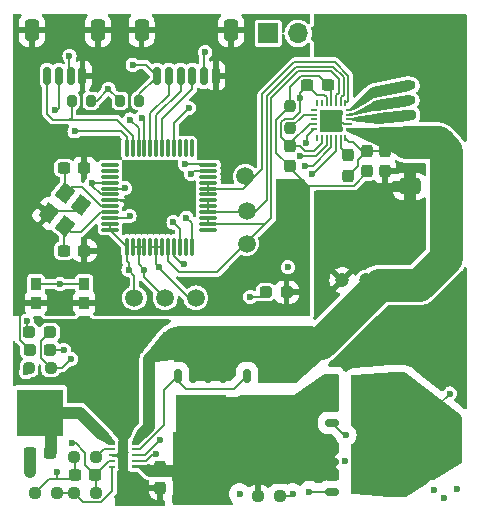
<source format=gbr>
%TF.GenerationSoftware,KiCad,Pcbnew,8.0.3-8.0.3-0~ubuntu22.04.1*%
%TF.CreationDate,2024-06-15T18:18:28-06:00*%
%TF.ProjectId,stm32g070 and DRV8311 single motor board - V1 Alpha,73746d33-3267-4303-9730-20616e642044,rev?*%
%TF.SameCoordinates,Original*%
%TF.FileFunction,Copper,L1,Top*%
%TF.FilePolarity,Positive*%
%FSLAX46Y46*%
G04 Gerber Fmt 4.6, Leading zero omitted, Abs format (unit mm)*
G04 Created by KiCad (PCBNEW 8.0.3-8.0.3-0~ubuntu22.04.1) date 2024-06-15 18:18:28*
%MOMM*%
%LPD*%
G01*
G04 APERTURE LIST*
G04 Aperture macros list*
%AMRoundRect*
0 Rectangle with rounded corners*
0 $1 Rounding radius*
0 $2 $3 $4 $5 $6 $7 $8 $9 X,Y pos of 4 corners*
0 Add a 4 corners polygon primitive as box body*
4,1,4,$2,$3,$4,$5,$6,$7,$8,$9,$2,$3,0*
0 Add four circle primitives for the rounded corners*
1,1,$1+$1,$2,$3*
1,1,$1+$1,$4,$5*
1,1,$1+$1,$6,$7*
1,1,$1+$1,$8,$9*
0 Add four rect primitives between the rounded corners*
20,1,$1+$1,$2,$3,$4,$5,0*
20,1,$1+$1,$4,$5,$6,$7,0*
20,1,$1+$1,$6,$7,$8,$9,0*
20,1,$1+$1,$8,$9,$2,$3,0*%
%AMRotRect*
0 Rectangle, with rotation*
0 The origin of the aperture is its center*
0 $1 length*
0 $2 width*
0 $3 Rotation angle, in degrees counterclockwise*
0 Add horizontal line*
21,1,$1,$2,0,0,$3*%
%AMFreePoly0*
4,1,9,2.100000,-2.000000,2.350000,-2.000000,2.350000,-3.500000,-2.350000,-3.500000,-2.350000,-2.000000,-2.100000,-2.000000,-2.100000,1.100000,2.100000,1.100000,2.100000,-2.000000,2.100000,-2.000000,$1*%
G04 Aperture macros list end*
%TA.AperFunction,Conductor*%
%ADD10C,0.900000*%
%TD*%
%TA.AperFunction,SMDPad,CuDef*%
%ADD11RoundRect,0.237500X-0.250000X-0.237500X0.250000X-0.237500X0.250000X0.237500X-0.250000X0.237500X0*%
%TD*%
%TA.AperFunction,SMDPad,CuDef*%
%ADD12RoundRect,0.237500X-0.300000X-0.237500X0.300000X-0.237500X0.300000X0.237500X-0.300000X0.237500X0*%
%TD*%
%TA.AperFunction,SMDPad,CuDef*%
%ADD13RotRect,1.400000X1.200000X52.000000*%
%TD*%
%TA.AperFunction,SMDPad,CuDef*%
%ADD14C,1.500000*%
%TD*%
%TA.AperFunction,SMDPad,CuDef*%
%ADD15RoundRect,0.237500X-0.287500X-0.237500X0.287500X-0.237500X0.287500X0.237500X-0.287500X0.237500X0*%
%TD*%
%TA.AperFunction,SMDPad,CuDef*%
%ADD16RoundRect,0.075000X-0.662500X-0.075000X0.662500X-0.075000X0.662500X0.075000X-0.662500X0.075000X0*%
%TD*%
%TA.AperFunction,SMDPad,CuDef*%
%ADD17RoundRect,0.075000X-0.075000X-0.662500X0.075000X-0.662500X0.075000X0.662500X-0.075000X0.662500X0*%
%TD*%
%TA.AperFunction,SMDPad,CuDef*%
%ADD18RoundRect,0.237500X0.237500X-0.300000X0.237500X0.300000X-0.237500X0.300000X-0.237500X-0.300000X0*%
%TD*%
%TA.AperFunction,SMDPad,CuDef*%
%ADD19RoundRect,0.237500X-0.237500X0.300000X-0.237500X-0.300000X0.237500X-0.300000X0.237500X0.300000X0*%
%TD*%
%TA.AperFunction,SMDPad,CuDef*%
%ADD20RoundRect,0.150000X0.150000X0.625000X-0.150000X0.625000X-0.150000X-0.625000X0.150000X-0.625000X0*%
%TD*%
%TA.AperFunction,SMDPad,CuDef*%
%ADD21RoundRect,0.250000X0.350000X0.650000X-0.350000X0.650000X-0.350000X-0.650000X0.350000X-0.650000X0*%
%TD*%
%TA.AperFunction,ComponentPad*%
%ADD22RoundRect,0.200000X0.450000X-0.200000X0.450000X0.200000X-0.450000X0.200000X-0.450000X-0.200000X0*%
%TD*%
%TA.AperFunction,ComponentPad*%
%ADD23O,1.300000X0.800000*%
%TD*%
%TA.AperFunction,ComponentPad*%
%ADD24C,1.200000*%
%TD*%
%TA.AperFunction,SMDPad,CuDef*%
%ADD25RoundRect,0.237500X0.287500X0.237500X-0.287500X0.237500X-0.287500X-0.237500X0.287500X-0.237500X0*%
%TD*%
%TA.AperFunction,SMDPad,CuDef*%
%ADD26RoundRect,0.062500X-0.187500X-0.062500X0.187500X-0.062500X0.187500X0.062500X-0.187500X0.062500X0*%
%TD*%
%TA.AperFunction,ComponentPad*%
%ADD27C,0.600000*%
%TD*%
%TA.AperFunction,SMDPad,CuDef*%
%ADD28R,0.840000X2.400000*%
%TD*%
%TA.AperFunction,ComponentPad*%
%ADD29R,1.700000X1.700000*%
%TD*%
%TA.AperFunction,ComponentPad*%
%ADD30O,1.700000X1.700000*%
%TD*%
%TA.AperFunction,SMDPad,CuDef*%
%ADD31R,0.200000X0.469999*%
%TD*%
%TA.AperFunction,SMDPad,CuDef*%
%ADD32R,0.469999X0.200000*%
%TD*%
%TA.AperFunction,SMDPad,CuDef*%
%ADD33R,1.899999X1.899999*%
%TD*%
%TA.AperFunction,SMDPad,CuDef*%
%ADD34RoundRect,0.237500X0.250000X0.237500X-0.250000X0.237500X-0.250000X-0.237500X0.250000X-0.237500X0*%
%TD*%
%TA.AperFunction,SMDPad,CuDef*%
%ADD35RoundRect,0.175000X0.400000X-0.175000X0.400000X0.175000X-0.400000X0.175000X-0.400000X-0.175000X0*%
%TD*%
%TA.AperFunction,SMDPad,CuDef*%
%ADD36FreePoly0,90.000000*%
%TD*%
%TA.AperFunction,SMDPad,CuDef*%
%ADD37RoundRect,0.175000X-0.175000X-0.400000X0.175000X-0.400000X0.175000X0.400000X-0.175000X0.400000X0*%
%TD*%
%TA.AperFunction,SMDPad,CuDef*%
%ADD38FreePoly0,0.000000*%
%TD*%
%TA.AperFunction,SMDPad,CuDef*%
%ADD39R,4.000000X4.000000*%
%TD*%
%TA.AperFunction,SMDPad,CuDef*%
%ADD40RoundRect,0.237500X0.300000X0.237500X-0.300000X0.237500X-0.300000X-0.237500X0.300000X-0.237500X0*%
%TD*%
%TA.AperFunction,SMDPad,CuDef*%
%ADD41R,0.900000X1.000000*%
%TD*%
%TA.AperFunction,SMDPad,CuDef*%
%ADD42RoundRect,0.237500X-0.237500X0.250000X-0.237500X-0.250000X0.237500X-0.250000X0.237500X0.250000X0*%
%TD*%
%TA.AperFunction,SMDPad,CuDef*%
%ADD43RoundRect,0.200000X-0.200000X-0.275000X0.200000X-0.275000X0.200000X0.275000X-0.200000X0.275000X0*%
%TD*%
%TA.AperFunction,SMDPad,CuDef*%
%ADD44RoundRect,0.250000X-0.650000X0.412500X-0.650000X-0.412500X0.650000X-0.412500X0.650000X0.412500X0*%
%TD*%
%TA.AperFunction,SMDPad,CuDef*%
%ADD45RoundRect,0.200000X0.200000X0.275000X-0.200000X0.275000X-0.200000X-0.275000X0.200000X-0.275000X0*%
%TD*%
%TA.AperFunction,ViaPad*%
%ADD46C,0.600000*%
%TD*%
%TA.AperFunction,Conductor*%
%ADD47C,0.200000*%
%TD*%
%TA.AperFunction,Conductor*%
%ADD48C,2.814000*%
%TD*%
%TA.AperFunction,Conductor*%
%ADD49C,1.000000*%
%TD*%
%TA.AperFunction,Conductor*%
%ADD50C,0.280000*%
%TD*%
G04 APERTURE END LIST*
D10*
%TO.N,Net-(J3-Pin_2)*%
X156400000Y-95650000D02*
X153700000Y-96075000D01*
%TO.N,Net-(J3-Pin_1)*%
X156400000Y-96900000D02*
X153800000Y-97200000D01*
%TO.N,Net-(J3-Pin_3)*%
X156400000Y-94400000D02*
X153400000Y-95000000D01*
%TD*%
D11*
%TO.P,R12,1*%
%TO.N,GND*%
X128100000Y-125900000D03*
%TO.P,R12,2*%
%TO.N,Net-(U4-ISET)*%
X129925000Y-125900000D03*
%TD*%
D12*
%TO.P,C3,1*%
%TO.N,Net-(U1-PF0)*%
X127237500Y-101400000D03*
%TO.P,C3,2*%
%TO.N,GND*%
X128962500Y-101400000D03*
%TD*%
D13*
%TO.P,Y1,1,1*%
%TO.N,Net-(U1-PF1)*%
X127292582Y-106290124D03*
%TO.P,Y1,2,2*%
%TO.N,GND*%
X128647036Y-104556501D03*
%TO.P,Y1,3,3*%
%TO.N,Net-(U1-PF0)*%
X127307418Y-103509876D03*
%TO.P,Y1,4,4*%
%TO.N,GND*%
X125952964Y-105243499D03*
%TD*%
D14*
%TO.P,TP12,1,1*%
%TO.N,/1CSA-C*%
X138400000Y-112400000D03*
%TD*%
%TO.P,TP11,1,1*%
%TO.N,/1CSA-B*%
X135800000Y-112400000D03*
%TD*%
D15*
%TO.P,D2,1,K*%
%TO.N,GND*%
X124337500Y-116800000D03*
%TO.P,D2,2,A*%
%TO.N,Net-(D2-A)*%
X126087500Y-116800000D03*
%TD*%
D16*
%TO.P,U1,1,PC13*%
%TO.N,/CS2*%
X131137500Y-101136000D03*
%TO.P,U1,2,PC14*%
%TO.N,/CS3*%
X131137500Y-101636000D03*
%TO.P,U1,3,PC15*%
%TO.N,/CS4*%
X131137500Y-102136000D03*
%TO.P,U1,4,VBAT*%
%TO.N,VDD*%
X131137500Y-102636000D03*
%TO.P,U1,5,VREF+*%
%TO.N,Net-(U1-VREF+)*%
X131137500Y-103136000D03*
%TO.P,U1,6,VDD*%
%TO.N,VDD*%
X131137500Y-103636000D03*
%TO.P,U1,7,VSS*%
%TO.N,GND*%
X131137500Y-104136000D03*
%TO.P,U1,8,PF0*%
%TO.N,Net-(U1-PF0)*%
X131137500Y-104636000D03*
%TO.P,U1,9,PF1*%
%TO.N,Net-(U1-PF1)*%
X131137500Y-105136000D03*
%TO.P,U1,10,NRST*%
%TO.N,/NRST*%
X131137500Y-105636000D03*
%TO.P,U1,11,PA0*%
%TO.N,/1CSA-A*%
X131137500Y-106136000D03*
%TO.P,U1,12,PA1*%
X131137500Y-106636000D03*
D17*
%TO.P,U1,13,PA2*%
X132550000Y-108048500D03*
%TO.P,U1,14,PA3*%
%TO.N,/1CSA-B*%
X133050000Y-108048500D03*
%TO.P,U1,15,PA4*%
X133550000Y-108048500D03*
%TO.P,U1,16,PA5*%
X134050000Y-108048500D03*
%TO.P,U1,17,PA6*%
%TO.N,/1CSA-C*%
X134550000Y-108048500D03*
%TO.P,U1,18,PA7*%
X135050000Y-108048500D03*
%TO.P,U1,19,PB0*%
X135550000Y-108048500D03*
%TO.P,U1,20,PB1*%
%TO.N,/1A*%
X136050000Y-108048500D03*
%TO.P,U1,21,PB2*%
%TO.N,/ADC10{slash}VBATT*%
X136550000Y-108048500D03*
%TO.P,U1,22,PB10*%
%TO.N,/ADC11*%
X137050000Y-108048500D03*
%TO.P,U1,23,PB11*%
%TO.N,/MOSI2*%
X137550000Y-108048500D03*
%TO.P,U1,24,PB12*%
%TO.N,/LED*%
X138050000Y-108048500D03*
D16*
%TO.P,U1,25,PB13*%
%TO.N,/SCL2*%
X139462500Y-106636000D03*
%TO.P,U1,26,PB14*%
%TO.N,/1A*%
X139462500Y-106136000D03*
%TO.P,U1,27,PB15*%
X139462500Y-105636000D03*
%TO.P,U1,28,PA8*%
%TO.N,/1B*%
X139462500Y-105136000D03*
%TO.P,U1,29,PA9/NC*%
X139462500Y-104636000D03*
%TO.P,U1,30,PC6*%
X139462500Y-104136000D03*
%TO.P,U1,31,PC7*%
%TO.N,/1C*%
X139462500Y-103636000D03*
%TO.P,U1,32,PA10/NC*%
X139462500Y-103136000D03*
%TO.P,U1,33,PA11/PA9*%
X139462500Y-102636000D03*
%TO.P,U1,34,PA12/PA10*%
%TO.N,/SDA2*%
X139462500Y-102136000D03*
%TO.P,U1,35,PA13*%
%TO.N,/SWD*%
X139462500Y-101636000D03*
%TO.P,U1,36,PA14*%
%TO.N,/SWC*%
X139462500Y-101136000D03*
D17*
%TO.P,U1,37,PA15*%
%TO.N,unconnected-(U1-PA15-Pad37)*%
X138050000Y-99723500D03*
%TO.P,U1,38,PD0*%
%TO.N,unconnected-(U1-PD0-Pad38)*%
X137550000Y-99723500D03*
%TO.P,U1,39,PD1*%
%TO.N,/SCK2*%
X137050000Y-99723500D03*
%TO.P,U1,40,PD2*%
%TO.N,/CS1*%
X136550000Y-99723500D03*
%TO.P,U1,41,PD3*%
%TO.N,/MISO2*%
X136050000Y-99723500D03*
%TO.P,U1,42,PB3*%
%TO.N,/SCK1*%
X135550000Y-99723500D03*
%TO.P,U1,43,PB4*%
%TO.N,/MISO1*%
X135050000Y-99723500D03*
%TO.P,U1,44,PB5*%
%TO.N,/MOSI1*%
X134550000Y-99723500D03*
%TO.P,U1,45,PB6*%
%TO.N,/USART1_TX*%
X134050000Y-99723500D03*
%TO.P,U1,46,PB7*%
%TO.N,/USART1_RX*%
X133550000Y-99723500D03*
%TO.P,U1,47,PB8*%
%TO.N,/SCL1*%
X133050000Y-99723500D03*
%TO.P,U1,48,PB9*%
%TO.N,/SDA1*%
X132550000Y-99723500D03*
%TD*%
D18*
%TO.P,C10,1*%
%TO.N,GND*%
X146400000Y-101262501D03*
%TO.P,C10,2*%
%TO.N,VDD*%
X146400000Y-99537499D03*
%TD*%
D19*
%TO.P,C7,1*%
%TO.N,/MOTORPWR*%
X152900000Y-99937499D03*
%TO.P,C7,2*%
%TO.N,GND*%
X152900000Y-101662501D03*
%TD*%
D20*
%TO.P,J1,1,Pin_1*%
%TO.N,GND*%
X128800000Y-93600000D03*
%TO.P,J1,2,Pin_2*%
%TO.N,Net-(J1-Pin_2)*%
X127800000Y-93600000D03*
%TO.P,J1,3,Pin_3*%
%TO.N,/SDA1*%
X126800000Y-93600000D03*
%TO.P,J1,4,Pin_4*%
%TO.N,/SCL1*%
X125800000Y-93600000D03*
D21*
%TO.P,J1,MP,MountPin*%
%TO.N,GND*%
X130100000Y-89725000D03*
X124500000Y-89725000D03*
%TD*%
D22*
%TO.P,J3,1,Pin_1*%
%TO.N,Net-(J3-Pin_1)*%
X156400000Y-96900000D03*
D23*
%TO.P,J3,2,Pin_2*%
%TO.N,Net-(J3-Pin_2)*%
X156400000Y-95650000D03*
%TO.P,J3,3,Pin_3*%
%TO.N,Net-(J3-Pin_3)*%
X156400000Y-94400000D03*
%TD*%
D24*
%TO.P,C15,1*%
%TO.N,/MOTORPWR*%
X152800000Y-110900000D03*
%TO.P,C15,2*%
%TO.N,GNDPWR*%
X150800000Y-110900000D03*
%TD*%
D12*
%TO.P,C17,1*%
%TO.N,GND*%
X128150000Y-127400000D03*
%TO.P,C17,2*%
%TO.N,/PSU/LDO 4.9v*%
X129875000Y-127400000D03*
%TD*%
D11*
%TO.P,R4,1*%
%TO.N,/PSU/Pack+*%
X143687500Y-129200000D03*
%TO.P,R4,2*%
%TO.N,Net-(U3-PACK)*%
X145512500Y-129200000D03*
%TD*%
D25*
%TO.P,D1,1,K*%
%TO.N,/PSU/~{CHG}*%
X126050000Y-115300000D03*
%TO.P,D1,2,A*%
%TO.N,Net-(D1-A)*%
X124300000Y-115300000D03*
%TD*%
D26*
%TO.P,U4,1,IN*%
%TO.N,/PSU/IN*%
X131312500Y-124687500D03*
%TO.P,U4,2,ISET*%
%TO.N,Net-(U4-ISET)*%
X131312500Y-125187500D03*
%TO.P,U4,3,VSS*%
%TO.N,GNDPWR*%
X131312500Y-125687500D03*
%TO.P,U4,4,LDO*%
%TO.N,/PSU/LDO 4.9v*%
X131312500Y-126187500D03*
%TO.P,U4,5,TS*%
%TO.N,Net-(U4-TS)*%
X131312500Y-126687500D03*
%TO.P,U4,6,BAT*%
%TO.N,/PSU/Pack+*%
X133212500Y-126687500D03*
%TO.P,U4,7,EN*%
%TO.N,GND*%
X133212500Y-126187500D03*
%TO.P,U4,8,~{CHG}*%
%TO.N,/PSU/~{CHG}*%
X133212500Y-125687500D03*
%TO.P,U4,9,BGATE*%
%TO.N,Net-(Q3-G)*%
X133212500Y-125187500D03*
%TO.P,U4,10,OUT*%
%TO.N,/MOTORPWR*%
X133212500Y-124687500D03*
D27*
%TO.P,U4,11,VSS*%
%TO.N,GNDPWR*%
X132262500Y-124737500D03*
X132262500Y-125687500D03*
D28*
X132262500Y-125687500D03*
D27*
X132262500Y-126637500D03*
%TD*%
D29*
%TO.P,J4,1,Pin_1*%
%TO.N,/USART1_TX*%
X144525000Y-90000000D03*
D30*
%TO.P,J4,2,Pin_2*%
%TO.N,/USART1_RX*%
X147065000Y-90000000D03*
%TD*%
D25*
%TO.P,D3,1,K*%
%TO.N,GND*%
X146075000Y-111900000D03*
%TO.P,D3,2,A*%
%TO.N,Net-(D3-A)*%
X144325000Y-111900000D03*
%TD*%
D31*
%TO.P,U2,1,FAULT_N*%
%TO.N,/DRV8311/FAULT*%
X148662499Y-98865001D03*
%TO.P,U2,2,CSAREF*%
%TO.N,VDD*%
X149062498Y-98865001D03*
%TO.P,U2,3,SOC*%
%TO.N,/1CSA-C*%
X149462500Y-98865001D03*
%TO.P,U2,4,SOB*%
%TO.N,/1CSA-B*%
X149862499Y-98865001D03*
%TO.P,U2,5,SOA*%
%TO.N,/1CSA-A*%
X150262498Y-98865001D03*
%TO.P,U2,6,CP*%
%TO.N,Net-(U2-CP)*%
X150662500Y-98865001D03*
%TO.P,U2,7,VIN_AVDD*%
%TO.N,/MOTORPWR*%
X151062499Y-98865001D03*
D32*
%TO.P,U2,8,VM*%
X151327500Y-98070001D03*
%TO.P,U2,9,PGND*%
%TO.N,GNDPWR*%
X151327500Y-97669999D03*
%TO.P,U2,10,OUTA*%
%TO.N,Net-(J3-Pin_1)*%
X151327500Y-97270000D03*
%TO.P,U2,11,OUTB*%
%TO.N,Net-(J3-Pin_2)*%
X151327500Y-96870001D03*
%TO.P,U2,12,OUTC*%
%TO.N,Net-(J3-Pin_3)*%
X151327500Y-96469999D03*
D31*
%TO.P,U2,13,INHC*%
%TO.N,/1C*%
X151062499Y-95934999D03*
%TO.P,U2,14,INHB*%
%TO.N,/1B*%
X150662500Y-95934999D03*
%TO.P,U2,15,INHA*%
%TO.N,/1A*%
X150262498Y-95934999D03*
%TO.P,U2,16,AGND*%
%TO.N,GND*%
X149862499Y-95934999D03*
%TO.P,U2,17,AVDD*%
%TO.N,VDD*%
X149462500Y-95934999D03*
%TO.P,U2,18,INLA*%
%TO.N,unconnected-(U2-INLA-Pad18)*%
X149062498Y-95934999D03*
%TO.P,U2,19,INLB*%
%TO.N,unconnected-(U2-INLB-Pad19)*%
X148662499Y-95934999D03*
D32*
%TO.P,U2,20,INLC*%
%TO.N,unconnected-(U2-INLC-Pad20)*%
X148397498Y-96469999D03*
%TO.P,U2,21,GAIN*%
%TO.N,Net-(U2-GAIN)*%
X148397498Y-96870001D03*
%TO.P,U2,22,SLEW*%
%TO.N,unconnected-(U2-SLEW-Pad22)*%
X148397498Y-97270000D03*
%TO.P,U2,23,MODE*%
%TO.N,VDD*%
X148397498Y-97669999D03*
%TO.P,U2,24,SLEEP_N*%
%TO.N,Net-(U2-SLEEP_N)*%
X148397498Y-98070001D03*
D27*
%TO.P,U2,25,PowerPAD*%
%TO.N,GNDPWR*%
X149162498Y-98100001D03*
X150562500Y-98100001D03*
D33*
X149862499Y-97400000D03*
D27*
X149862499Y-97374600D03*
X149162498Y-96699999D03*
X150562500Y-96699999D03*
%TD*%
D19*
%TO.P,C9,1*%
%TO.N,/MOTORPWR*%
X154400000Y-99937500D03*
%TO.P,C9,2*%
%TO.N,GNDPWR*%
X154400000Y-101662500D03*
%TD*%
D34*
%TO.P,R13,1*%
%TO.N,/PSU/~{CHG}*%
X126112500Y-118300000D03*
%TO.P,R13,2*%
%TO.N,/PSU/LDO 4.9v*%
X124287500Y-118300000D03*
%TD*%
D14*
%TO.P,TP8,1,1*%
%TO.N,/1B*%
X142700000Y-105000000D03*
%TD*%
D35*
%TO.P,Q2,1,S*%
%TO.N,/PSU/Pack+*%
X149925000Y-124995000D03*
%TO.P,Q2,2,S*%
X149925000Y-126265000D03*
%TO.P,Q2,3,S*%
X149925000Y-127535000D03*
%TO.P,Q2,4,G*%
%TO.N,Net-(Q1-G)*%
X149925000Y-128805000D03*
D36*
%TO.P,Q2,5,D*%
%TO.N,/PSU/BATT+*%
X152650000Y-126900000D03*
%TD*%
D14*
%TO.P,TP9,1,1*%
%TO.N,/1C*%
X142600000Y-102100000D03*
%TD*%
D37*
%TO.P,Q4,1,S*%
%TO.N,/MOTORPWR*%
X146530000Y-119025000D03*
%TO.P,Q4,2,S*%
X145260000Y-119025000D03*
%TO.P,Q4,3,S*%
X143990000Y-119025000D03*
%TO.P,Q4,4,G*%
%TO.N,Net-(Q3-G)*%
X142720000Y-119025000D03*
D38*
%TO.P,Q4,5,D*%
%TO.N,/PSU/Pack+*%
X144625000Y-121750000D03*
%TD*%
D34*
%TO.P,R11,1*%
%TO.N,Net-(U4-TS)*%
X126625000Y-128900000D03*
%TO.P,R11,2*%
%TO.N,GND*%
X124800000Y-128900000D03*
%TD*%
D39*
%TO.P,H1,1,1*%
%TO.N,/PSU/BATT+*%
X158900000Y-124400000D03*
%TD*%
D40*
%TO.P,C5,1*%
%TO.N,GND*%
X149562500Y-94400000D03*
%TO.P,C5,2*%
%TO.N,VDD*%
X147837500Y-94400000D03*
%TD*%
D14*
%TO.P,TP10,1,1*%
%TO.N,/1CSA-A*%
X133200000Y-112400000D03*
%TD*%
D20*
%TO.P,J2,1,Pin_1*%
%TO.N,GND*%
X140100000Y-93600000D03*
%TO.P,J2,2,Pin_2*%
%TO.N,Net-(J2-Pin_2)*%
X139100000Y-93600000D03*
%TO.P,J2,3,Pin_3*%
%TO.N,/SCK1*%
X138100000Y-93600000D03*
%TO.P,J2,4,Pin_4*%
%TO.N,/MISO1*%
X137100000Y-93600000D03*
%TO.P,J2,5,Pin_5*%
%TO.N,/MOSI1*%
X136100000Y-93600000D03*
%TO.P,J2,6,Pin_6*%
%TO.N,/CS1*%
X135100000Y-93600000D03*
D21*
%TO.P,J2,MP,MountPin*%
%TO.N,GND*%
X141400000Y-89725000D03*
X133800000Y-89725000D03*
%TD*%
D41*
%TO.P,SW1,1,1*%
%TO.N,GND*%
X128950000Y-112800000D03*
X124850000Y-112800000D03*
%TO.P,SW1,2,2*%
%TO.N,/NRST*%
X128950000Y-111200000D03*
X124850000Y-111200000D03*
%TD*%
D39*
%TO.P,H3,1,1*%
%TO.N,/PSU/IN*%
X125212500Y-122100000D03*
%TD*%
D18*
%TO.P,C16,1*%
%TO.N,GNDPWR*%
X135400000Y-128462500D03*
%TO.P,C16,2*%
%TO.N,/PSU/Pack+*%
X135400000Y-126737500D03*
%TD*%
D42*
%TO.P,R2,1*%
%TO.N,GND*%
X146400000Y-96187500D03*
%TO.P,R2,2*%
%TO.N,Net-(U2-GAIN)*%
X146400000Y-98012500D03*
%TD*%
D34*
%TO.P,R10,1*%
%TO.N,/PSU/LDO 4.9v*%
X129925000Y-128900000D03*
%TO.P,R10,2*%
%TO.N,Net-(U4-TS)*%
X128100000Y-128900000D03*
%TD*%
D40*
%TO.P,C14,1*%
%TO.N,/MOTORPWR*%
X134462500Y-122200000D03*
%TO.P,C14,2*%
%TO.N,GNDPWR*%
X132737500Y-122200000D03*
%TD*%
D12*
%TO.P,C4,1*%
%TO.N,Net-(U1-PF1)*%
X127237500Y-108400000D03*
%TO.P,C4,2*%
%TO.N,GND*%
X128962500Y-108400000D03*
%TD*%
D19*
%TO.P,C6,1*%
%TO.N,Net-(U2-CP)*%
X151300000Y-100337499D03*
%TO.P,C6,2*%
%TO.N,/MOTORPWR*%
X151300000Y-102062501D03*
%TD*%
D43*
%TO.P,R16,1*%
%TO.N,VDD*%
X131975000Y-95700000D03*
%TO.P,R16,2*%
%TO.N,/CS1*%
X133625000Y-95700000D03*
%TD*%
D35*
%TO.P,Q1,1,S*%
%TO.N,/PSU/Pack+*%
X149925000Y-119160000D03*
%TO.P,Q1,2,S*%
X149925000Y-120430000D03*
%TO.P,Q1,3,S*%
X149925000Y-121700000D03*
%TO.P,Q1,4,G*%
%TO.N,Net-(Q1-G)*%
X149925000Y-122970000D03*
D36*
%TO.P,Q1,5,D*%
%TO.N,/PSU/BATT+*%
X152650000Y-121065000D03*
%TD*%
D44*
%TO.P,C8,1*%
%TO.N,/MOTORPWR*%
X156500000Y-99837500D03*
%TO.P,C8,2*%
%TO.N,GNDPWR*%
X156500000Y-102962500D03*
%TD*%
D37*
%TO.P,Q3,1,S*%
%TO.N,/MOTORPWR*%
X140700000Y-119025000D03*
%TO.P,Q3,2,S*%
X139430000Y-119025000D03*
%TO.P,Q3,3,S*%
X138160000Y-119025000D03*
%TO.P,Q3,4,G*%
%TO.N,Net-(Q3-G)*%
X136890000Y-119025000D03*
D38*
%TO.P,Q3,5,D*%
%TO.N,/PSU/Pack+*%
X138795000Y-121750000D03*
%TD*%
D40*
%TO.P,C13,1*%
%TO.N,/PSU/IN*%
X126075000Y-125500000D03*
%TO.P,C13,2*%
%TO.N,GNDPWR*%
X124350000Y-125500000D03*
%TD*%
D45*
%TO.P,R15,1*%
%TO.N,VDD*%
X129525000Y-95700000D03*
%TO.P,R15,2*%
%TO.N,/SCL1*%
X127875000Y-95700000D03*
%TD*%
D14*
%TO.P,TP7,1,1*%
%TO.N,/1A*%
X142700000Y-107800000D03*
%TD*%
D46*
%TO.N,VDD*%
X129600000Y-102636000D03*
X147213896Y-95473287D03*
X131000000Y-94700000D03*
%TO.N,GND*%
X124000000Y-99300000D03*
X123800000Y-108900000D03*
X146000000Y-103400000D03*
X131800000Y-91800000D03*
X126600000Y-127100000D03*
X135000000Y-125600000D03*
X132900000Y-104500000D03*
X136800000Y-89700000D03*
X141000000Y-98600000D03*
X131600000Y-112200000D03*
%TO.N,/MOTORPWR*%
X158600000Y-103400000D03*
X158600000Y-105300000D03*
X142600000Y-115200000D03*
X159600000Y-103400000D03*
X142600000Y-117200000D03*
X143500000Y-115200000D03*
X141700000Y-115200000D03*
X158600000Y-104400000D03*
X141700000Y-116200000D03*
X141700000Y-117200000D03*
X159600000Y-105300000D03*
X160600000Y-104400000D03*
X140800000Y-117200000D03*
X143500000Y-116200000D03*
X160600000Y-103400000D03*
X160600000Y-105300000D03*
X142600000Y-116200000D03*
X140800000Y-116200000D03*
X159600000Y-104400000D03*
X140800000Y-115200000D03*
X143500000Y-117200000D03*
%TO.N,GNDPWR*%
X158900000Y-116500000D03*
X131400000Y-119000000D03*
X124350000Y-126300000D03*
X152800000Y-90800000D03*
X132400000Y-118100000D03*
X153500000Y-106800000D03*
X124350000Y-127150000D03*
X154800000Y-90800000D03*
X157900000Y-117400000D03*
X130400000Y-117100000D03*
X159900000Y-116500000D03*
X132400000Y-117100000D03*
X153800000Y-89800000D03*
X132400000Y-119000000D03*
X154800000Y-89800000D03*
X157900000Y-115500000D03*
X159900000Y-117400000D03*
X153500000Y-104900000D03*
X152500000Y-106800000D03*
X152800000Y-89800000D03*
X131400000Y-118100000D03*
X159900000Y-115500000D03*
X152500000Y-105900000D03*
X153500000Y-105900000D03*
X158900000Y-115500000D03*
X153800000Y-90800000D03*
X152800000Y-91700000D03*
X151500000Y-105900000D03*
X154800000Y-91700000D03*
X151500000Y-104900000D03*
X130400000Y-118100000D03*
X151500000Y-106800000D03*
X131400000Y-117100000D03*
X157900000Y-116500000D03*
X158900000Y-117400000D03*
X153800000Y-91700000D03*
X152500000Y-104900000D03*
X130400000Y-119000000D03*
%TO.N,/SWC*%
X137500000Y-101100000D03*
%TO.N,/SWD*%
X138000000Y-101900000D03*
%TO.N,Net-(U2-SLEEP_N)*%
X147756784Y-99259725D03*
%TO.N,/PSU/LDO 4.9v*%
X127912500Y-124700000D03*
X124000000Y-118700000D03*
%TO.N,/1CSA-B*%
X147600000Y-101200000D03*
X134000000Y-110000000D03*
%TO.N,/1CSA-A*%
X132700000Y-110000000D03*
X148200000Y-101900000D03*
%TO.N,/1CSA-C*%
X135300000Y-109800000D03*
X147200000Y-100400000D03*
%TO.N,/CS1*%
X133049998Y-92649998D03*
X137800000Y-96300000D03*
%TO.N,/PSU/BATT+*%
X142100000Y-129000000D03*
X159900000Y-120500000D03*
%TO.N,Net-(D1-A)*%
X124100000Y-114325000D03*
%TO.N,/PSU/~{CHG}*%
X135321200Y-124421200D03*
X127824265Y-117575735D03*
%TO.N,Net-(D2-A)*%
X127200000Y-116800000D03*
%TO.N,/SDA1*%
X128125000Y-98300000D03*
X126500000Y-96500000D03*
%TO.N,/PSU/BATT-*%
X151000000Y-126200000D03*
X160500000Y-128600000D03*
%TO.N,Net-(Q1-G)*%
X159400000Y-129300000D03*
X148000000Y-128800000D03*
X151100000Y-124000000D03*
%TO.N,/NRST*%
X126900000Y-111200000D03*
X132780603Y-105480603D03*
%TO.N,Net-(U3-PACK)*%
X146600000Y-129000000D03*
X158600000Y-128700000D03*
%TO.N,Net-(J1-Pin_2)*%
X127700000Y-91900000D03*
%TO.N,Net-(J2-Pin_2)*%
X139200000Y-91600000D03*
%TO.N,/USART1_TX*%
X133800000Y-97200000D03*
%TO.N,/USART1_RX*%
X132800000Y-97300000D03*
%TO.N,/ADC11*%
X136500000Y-106000000D03*
%TO.N,/ADC10{slash}VBATT*%
X137400000Y-109500000D03*
%TO.N,Net-(D3-A)*%
X143000000Y-112300000D03*
%TO.N,/LED*%
X137600000Y-105600000D03*
X146200000Y-109800000D03*
%TO.N,Net-(U1-VREF+)*%
X132400000Y-103100000D03*
%TD*%
D47*
%TO.N,VDD*%
X148362498Y-100000000D02*
X149062498Y-99300000D01*
X147648530Y-100000000D02*
X148362498Y-100000000D01*
X130336000Y-103636000D02*
X131137500Y-103636000D01*
X147213896Y-95473287D02*
X147175000Y-95512183D01*
X149462500Y-95400002D02*
X149262498Y-95200000D01*
X129600000Y-102636000D02*
X131137500Y-102636000D01*
X146400000Y-99300000D02*
X146400000Y-99537499D01*
X131000000Y-94700000D02*
X130000000Y-95700000D01*
X147175000Y-95512183D02*
X147175000Y-96666722D01*
X146400000Y-99537499D02*
X147186029Y-99537499D01*
X149062498Y-99300000D02*
X149062498Y-98865001D01*
X147213896Y-95023604D02*
X147837500Y-94400000D01*
X147175000Y-96666722D02*
X146616722Y-97225000D01*
X149462500Y-95934999D02*
X149462500Y-95400002D01*
X147213896Y-95473287D02*
X147213896Y-95023604D01*
X148637500Y-95200000D02*
X147837500Y-94400000D01*
X148397498Y-97669999D02*
X148030001Y-97669999D01*
X146616722Y-97225000D02*
X145933278Y-97225000D01*
X130000000Y-95700000D02*
X129484448Y-95700000D01*
X145625000Y-98762499D02*
X146400000Y-99537499D01*
X129600000Y-102636000D02*
X129600000Y-102900000D01*
X145933278Y-97225000D02*
X145625000Y-97533278D01*
X148030001Y-97669999D02*
X146400000Y-99300000D01*
X129600000Y-102900000D02*
X130336000Y-103636000D01*
X147186029Y-99537499D02*
X147648530Y-100000000D01*
X131975000Y-95675000D02*
X131000000Y-94700000D01*
X145625000Y-97533278D02*
X145625000Y-98762499D01*
X131975000Y-95700000D02*
X131975000Y-95675000D01*
X149262498Y-95200000D02*
X148637500Y-95200000D01*
%TO.N,GND*%
X127850000Y-127700000D02*
X128150000Y-127400000D01*
X126000000Y-127700000D02*
X124800000Y-128900000D01*
X126600000Y-127100000D02*
X126600000Y-127700000D01*
X126600000Y-127700000D02*
X126400000Y-127700000D01*
X128150000Y-125950000D02*
X128150000Y-127400000D01*
X147308278Y-93625000D02*
X146400000Y-94533278D01*
X135000000Y-125600000D02*
X134800000Y-125600000D01*
X134212500Y-126187500D02*
X133212500Y-126187500D01*
X152900000Y-101766723D02*
X152900000Y-101662501D01*
X146400000Y-101262501D02*
X146400000Y-101400000D01*
X123475000Y-109225000D02*
X123475000Y-115937500D01*
X148787500Y-93625000D02*
X147308278Y-93625000D01*
X145225000Y-99325000D02*
X145225000Y-100087501D01*
X151766722Y-102900001D02*
X152900000Y-101766723D01*
X149862499Y-94699999D02*
X149562500Y-94400000D01*
X132500000Y-104500000D02*
X132136000Y-104136000D01*
X128949499Y-93600000D02*
X128809350Y-93459851D01*
X126600000Y-127700000D02*
X127850000Y-127700000D01*
X146400000Y-101400000D02*
X147900001Y-102900001D01*
X123800000Y-108900000D02*
X123475000Y-109225000D01*
X145225000Y-97362500D02*
X146400000Y-96187500D01*
X123475000Y-115937500D02*
X124337500Y-116800000D01*
X128148344Y-105055193D02*
X126141270Y-105055193D01*
X145225000Y-100087501D02*
X146400000Y-101262501D01*
X132136000Y-104136000D02*
X131137500Y-104136000D01*
X134800000Y-125600000D02*
X134212500Y-126187500D01*
X126400000Y-127700000D02*
X126000000Y-127700000D01*
X149862499Y-95934999D02*
X149862499Y-94699999D01*
X147900001Y-102900001D02*
X151766722Y-102900001D01*
X145225000Y-99325000D02*
X145225000Y-97362500D01*
X126141270Y-105055193D02*
X125952964Y-105243499D01*
X149562500Y-94400000D02*
X148787500Y-93625000D01*
X128647036Y-104556501D02*
X128148344Y-105055193D01*
X128100000Y-125900000D02*
X128150000Y-125950000D01*
X132900000Y-104500000D02*
X132500000Y-104500000D01*
X146400000Y-94533278D02*
X146400000Y-96187500D01*
%TO.N,/MOTORPWR*%
X152125000Y-101237501D02*
X151300000Y-102062501D01*
X152900000Y-99937499D02*
X152125000Y-100712499D01*
D48*
X159600000Y-99975000D02*
X158862500Y-99237500D01*
X159600000Y-109000000D02*
X159600000Y-99975000D01*
X153900000Y-111300000D02*
X157300000Y-111300000D01*
D47*
X152437500Y-99937500D02*
X154400000Y-99937500D01*
X154400000Y-99937500D02*
X156400000Y-99937500D01*
D48*
X158862500Y-99237500D02*
X156200000Y-99237500D01*
D49*
X134800000Y-117200000D02*
X134400000Y-117600000D01*
D47*
X152900000Y-100296016D02*
X152900000Y-99937499D01*
D49*
X134400000Y-117600000D02*
X134400000Y-123300000D01*
X134400000Y-123300000D02*
X133900000Y-123800000D01*
D47*
X151062499Y-98865001D02*
X151397498Y-99200000D01*
X156400000Y-99937500D02*
X156500000Y-99837500D01*
X151700000Y-99200000D02*
X152437500Y-99937500D01*
D48*
X149000000Y-116200000D02*
X153900000Y-111300000D01*
X157300000Y-111300000D02*
X159600000Y-109000000D01*
D47*
X151397498Y-99200000D02*
X151700000Y-99200000D01*
X152125000Y-100712499D02*
X152125000Y-101237501D01*
D48*
X136700000Y-116200000D02*
X149000000Y-116200000D01*
D50*
%TO.N,GNDPWR*%
X131312500Y-125687500D02*
X132262500Y-125687500D01*
D47*
X151327500Y-97669999D02*
X150910315Y-97669999D01*
D49*
X124350000Y-127150000D02*
X124350000Y-125500000D01*
D47*
X150640316Y-97400000D02*
X150412498Y-97400000D01*
X150910315Y-97669999D02*
X150640316Y-97400000D01*
%TO.N,Net-(U2-CP)*%
X151300000Y-100337499D02*
X150662500Y-99699999D01*
X150662500Y-99699999D02*
X150662500Y-98865001D01*
%TO.N,/SWC*%
X139426500Y-101100000D02*
X139462500Y-101136000D01*
X137500000Y-101100000D02*
X139426500Y-101100000D01*
%TO.N,/SWD*%
X139412500Y-101686000D02*
X139462500Y-101636000D01*
X138214000Y-101686000D02*
X139412500Y-101686000D01*
X138000000Y-101900000D02*
X138214000Y-101686000D01*
%TO.N,Net-(U2-SLEEP_N)*%
X147800000Y-98667499D02*
X148397498Y-98070001D01*
X147800000Y-99216509D02*
X147800000Y-98667499D01*
X147756784Y-99259725D02*
X147800000Y-99216509D01*
%TO.N,Net-(U1-PF0)*%
X128742774Y-103011184D02*
X127806111Y-103011184D01*
X130367590Y-104636000D02*
X128742774Y-103011184D01*
X127307419Y-103407419D02*
X127237500Y-103337500D01*
X127307418Y-103509876D02*
X127307418Y-101469918D01*
X130367590Y-104636000D02*
X131137500Y-104636000D01*
X127806111Y-103011184D02*
X127307419Y-103509876D01*
X127307418Y-101469918D02*
X127237500Y-101400000D01*
X127307419Y-103509876D02*
X127307419Y-103407419D01*
%TO.N,Net-(U1-PF1)*%
X128703590Y-106800000D02*
X127802457Y-106800000D01*
X127802457Y-106800000D02*
X127292581Y-106290124D01*
X131137500Y-105136000D02*
X130367590Y-105136000D01*
X130367590Y-105136000D02*
X128703590Y-106800000D01*
X127237500Y-106345206D02*
X127292582Y-106290124D01*
X127237500Y-108400000D02*
X127237500Y-106345206D01*
%TO.N,/PSU/LDO 4.9v*%
X131048114Y-126187500D02*
X131312500Y-126187500D01*
X127912500Y-124700000D02*
X128212500Y-124700000D01*
X124287500Y-118412500D02*
X124287500Y-118300000D01*
X129875000Y-127400000D02*
X129875000Y-127360614D01*
X129925000Y-128900000D02*
X129925000Y-127450000D01*
X129012500Y-125500000D02*
X129012500Y-126537500D01*
X124000000Y-118700000D02*
X124287500Y-118412500D01*
X129012500Y-126537500D02*
X129875000Y-127400000D01*
X129875000Y-127360614D02*
X131048114Y-126187500D01*
X128212500Y-124700000D02*
X129012500Y-125500000D01*
X129925000Y-127450000D02*
X129875000Y-127400000D01*
%TO.N,Net-(U2-GAIN)*%
X147542499Y-96870001D02*
X146400000Y-98012500D01*
X148397498Y-96870001D02*
X147542499Y-96870001D01*
%TO.N,/1CSA-B*%
X147600000Y-101200000D02*
X148293869Y-101200000D01*
X149862500Y-99631369D02*
X149862499Y-98865001D01*
X133050000Y-108048500D02*
X133550000Y-108048500D01*
X134000000Y-110000000D02*
X133550000Y-109550000D01*
X148293869Y-101200000D02*
X149862500Y-99631369D01*
X134000000Y-110000000D02*
X134000000Y-110600000D01*
X133550000Y-109550000D02*
X133550000Y-108048500D01*
X134050000Y-108048500D02*
X133550000Y-108048500D01*
X134000000Y-110600000D02*
X135800000Y-112400000D01*
%TO.N,/1A*%
X147075000Y-93225000D02*
X149825000Y-93225000D01*
X137000000Y-110200000D02*
X140200000Y-110200000D01*
X136050000Y-109250000D02*
X137000000Y-110200000D01*
X136050000Y-108048500D02*
X136050000Y-109250000D01*
X150262498Y-95257844D02*
X150262498Y-95934999D01*
X149825000Y-93225000D02*
X150500000Y-93900000D01*
X150500000Y-95020342D02*
X150262498Y-95257844D01*
X144800000Y-105600000D02*
X144800000Y-95500000D01*
X150500000Y-93900000D02*
X150500000Y-95020342D01*
X139462500Y-106136000D02*
X139462500Y-105636000D01*
X144800000Y-95500000D02*
X147075000Y-93225000D01*
X139462500Y-106136000D02*
X144264000Y-106136000D01*
X140200000Y-110200000D02*
X144800000Y-105600000D01*
%TO.N,/1CSA-A*%
X132700000Y-110000000D02*
X132700000Y-109400000D01*
X131137500Y-106136000D02*
X131137500Y-106636000D01*
X148300000Y-101900000D02*
X150262498Y-99937502D01*
X131137500Y-106636000D02*
X132550000Y-108048500D01*
X150262498Y-99937502D02*
X150262498Y-98865001D01*
X132700000Y-110000000D02*
X133200000Y-110500000D01*
X133200000Y-110500000D02*
X133200000Y-112400000D01*
X132550000Y-109250000D02*
X132550000Y-108048500D01*
X132700000Y-109400000D02*
X132550000Y-109250000D01*
X148200000Y-101900000D02*
X148300000Y-101900000D01*
%TO.N,/1CSA-C*%
X147200000Y-100400000D02*
X148528184Y-100400000D01*
X134550000Y-108048500D02*
X135050000Y-108048500D01*
X135050000Y-108048500D02*
X135550000Y-108048500D01*
X135300000Y-109900000D02*
X137800000Y-112400000D01*
X149462500Y-99465684D02*
X149462500Y-98865001D01*
X137800000Y-112400000D02*
X138400000Y-112400000D01*
X135300000Y-109800000D02*
X135300000Y-109900000D01*
X135300000Y-109800000D02*
X135050000Y-109550000D01*
X148528184Y-100400000D02*
X149462500Y-99465684D01*
X135050000Y-109550000D02*
X135050000Y-108048500D01*
%TO.N,/1C*%
X144000000Y-101500000D02*
X142364000Y-103136000D01*
X144000000Y-95168628D02*
X144000000Y-96800000D01*
X139462500Y-103636000D02*
X139462500Y-102636000D01*
X151300000Y-95697498D02*
X151300000Y-93568628D01*
X142364000Y-103136000D02*
X139462500Y-103136000D01*
X151300000Y-93568628D02*
X150156372Y-92425000D01*
X151062499Y-95934999D02*
X151300000Y-95697498D01*
X144000000Y-96800000D02*
X144000000Y-101500000D01*
X146743628Y-92425000D02*
X144000000Y-95168628D01*
X150156372Y-92425000D02*
X146743628Y-92425000D01*
%TO.N,/CS1*%
X136550000Y-97550000D02*
X136550000Y-99723500D01*
X135100000Y-93600000D02*
X135100000Y-93700000D01*
X134149998Y-92649998D02*
X135100000Y-93600000D01*
X133625000Y-95175000D02*
X133625000Y-95700000D01*
X135100000Y-93700000D02*
X133625000Y-95175000D01*
X137800000Y-96300000D02*
X136550000Y-97550000D01*
X133049998Y-92649998D02*
X134149998Y-92649998D01*
%TO.N,/1B*%
X144400000Y-95334314D02*
X144400000Y-104100000D01*
X150900000Y-95186028D02*
X150900000Y-93734314D01*
X150662500Y-95423528D02*
X150900000Y-95186028D01*
X146909314Y-92825000D02*
X144400000Y-95334314D01*
X143364000Y-105136000D02*
X139462500Y-105136000D01*
X139462500Y-105136000D02*
X139462500Y-104136000D01*
X149990686Y-92825000D02*
X146909314Y-92825000D01*
X150662500Y-95934999D02*
X150662500Y-95423528D01*
X150900000Y-93734314D02*
X149990686Y-92825000D01*
X144400000Y-104100000D02*
X143364000Y-105136000D01*
%TO.N,/PSU/BATT+*%
X159900000Y-120500000D02*
X158900000Y-121500000D01*
X158900000Y-121500000D02*
X158900000Y-124400000D01*
D49*
%TO.N,/PSU/IN*%
X126112500Y-123000000D02*
X125212500Y-122100000D01*
X130400000Y-123900000D02*
X128600000Y-122100000D01*
X128600000Y-122100000D02*
X125212500Y-122100000D01*
X126112500Y-125437500D02*
X126112500Y-123000000D01*
D47*
%TO.N,Net-(D1-A)*%
X124100000Y-114325000D02*
X124100000Y-115100000D01*
X124100000Y-115100000D02*
X124300000Y-115300000D01*
%TO.N,/PSU/~{CHG}*%
X134054900Y-125687500D02*
X133212500Y-125687500D01*
X127100000Y-118300000D02*
X126112500Y-118300000D01*
X135321200Y-124421200D02*
X134054900Y-125687500D01*
X125262500Y-117450000D02*
X125262500Y-116087500D01*
X126112500Y-118300000D02*
X125262500Y-117450000D01*
X127824265Y-117575735D02*
X127100000Y-118300000D01*
X125262500Y-116087500D02*
X126050000Y-115300000D01*
%TO.N,Net-(D2-A)*%
X127200000Y-116800000D02*
X126087500Y-116800000D01*
%TO.N,/SDA1*%
X126500000Y-96500000D02*
X126600000Y-96500000D01*
X132100000Y-98300000D02*
X132550000Y-98750000D01*
X132550000Y-98750000D02*
X132550000Y-99723500D01*
X128125000Y-98300000D02*
X132100000Y-98300000D01*
X126600000Y-96500000D02*
X126800000Y-96300000D01*
X126800000Y-96300000D02*
X126800000Y-93469202D01*
X126800000Y-93469202D02*
X126809351Y-93459851D01*
%TO.N,/SCL1*%
X133050000Y-98650000D02*
X133050000Y-99723500D01*
X131700000Y-97300000D02*
X133050000Y-98650000D01*
X127700000Y-97300000D02*
X131700000Y-97300000D01*
X126300000Y-97300000D02*
X127700000Y-97300000D01*
X125809350Y-93459851D02*
X125809350Y-96809350D01*
X125809350Y-96809350D02*
X126300000Y-97300000D01*
X127875000Y-95700000D02*
X127875000Y-97125000D01*
X127875000Y-97125000D02*
X127700000Y-97300000D01*
%TO.N,Net-(Q1-G)*%
X148005000Y-128805000D02*
X149925000Y-128805000D01*
X151100000Y-124000000D02*
X150955000Y-124000000D01*
X148000000Y-128800000D02*
X148005000Y-128805000D01*
X150955000Y-124000000D02*
X149925000Y-122970000D01*
D49*
%TO.N,/PSU/Pack+*%
X137187500Y-127012500D02*
X134500000Y-127012500D01*
D47*
%TO.N,/NRST*%
X132664000Y-105636000D02*
X131137500Y-105636000D01*
X132780603Y-105519397D02*
X132664000Y-105636000D01*
X126900000Y-111200000D02*
X128950000Y-111200000D01*
X132780603Y-105480603D02*
X132780603Y-105519397D01*
X124850000Y-111200000D02*
X128950000Y-111200000D01*
%TO.N,/MOSI1*%
X134550000Y-99723500D02*
X134550000Y-96750000D01*
X134550000Y-96750000D02*
X136100000Y-95200000D01*
X136100000Y-95200000D02*
X136100000Y-93600000D01*
%TO.N,/MISO1*%
X135050000Y-99723500D02*
X135050000Y-96950000D01*
X135050000Y-96950000D02*
X137100000Y-94900000D01*
X137100000Y-94900000D02*
X137100000Y-93600000D01*
%TO.N,/SCK1*%
X135550000Y-97250000D02*
X138100000Y-94700000D01*
X135550000Y-99723500D02*
X135550000Y-97250000D01*
X138100000Y-94700000D02*
X138100000Y-93600000D01*
%TO.N,Net-(Q3-G)*%
X141645000Y-120100000D02*
X142720000Y-119025000D01*
X136890000Y-119390000D02*
X137600000Y-120100000D01*
X135700000Y-123193870D02*
X135700000Y-120215000D01*
X137600000Y-120100000D02*
X141645000Y-120100000D01*
X135700000Y-120215000D02*
X136890000Y-119025000D01*
X136890000Y-119025000D02*
X136890000Y-119390000D01*
X133706370Y-125187500D02*
X135700000Y-123193870D01*
X133212500Y-125187500D02*
X133706370Y-125187500D01*
%TO.N,Net-(U3-PACK)*%
X146600000Y-129000000D02*
X146400000Y-129200000D01*
X146400000Y-129200000D02*
X145512500Y-129200000D01*
%TO.N,Net-(U4-TS)*%
X128100000Y-128900000D02*
X128875000Y-129675000D01*
X131312500Y-128766722D02*
X131312500Y-126687500D01*
X126625000Y-128900000D02*
X128100000Y-128900000D01*
X130404222Y-129675000D02*
X131312500Y-128766722D01*
X128875000Y-129675000D02*
X130404222Y-129675000D01*
%TO.N,Net-(U4-ISET)*%
X129925000Y-125900000D02*
X130637500Y-125187500D01*
X130637500Y-125187500D02*
X131312500Y-125187500D01*
%TO.N,Net-(J1-Pin_2)*%
X127700000Y-91900000D02*
X127700000Y-93500000D01*
X127700000Y-93500000D02*
X127800000Y-93600000D01*
%TO.N,Net-(J2-Pin_2)*%
X139200000Y-91600000D02*
X139100000Y-91700000D01*
X139100000Y-91700000D02*
X139100000Y-93600000D01*
%TO.N,/USART1_TX*%
X133800000Y-97200000D02*
X134050000Y-97450000D01*
X134050000Y-97450000D02*
X134050000Y-99723500D01*
%TO.N,/USART1_RX*%
X132800000Y-97300000D02*
X133550000Y-98050000D01*
X133550000Y-98050000D02*
X133550000Y-99723500D01*
%TO.N,/ADC11*%
X136500000Y-106000000D02*
X137050000Y-106550000D01*
X137050000Y-106550000D02*
X137050000Y-108048500D01*
%TO.N,/ADC10{slash}VBATT*%
X136550000Y-108818410D02*
X136550000Y-108048500D01*
X137400000Y-109500000D02*
X137231590Y-109500000D01*
X137231590Y-109500000D02*
X136550000Y-108818410D01*
%TO.N,Net-(D3-A)*%
X143000000Y-112300000D02*
X143925000Y-112300000D01*
X143925000Y-112300000D02*
X144325000Y-111900000D01*
%TO.N,/LED*%
X138050000Y-106050000D02*
X137600000Y-105600000D01*
X138050000Y-108048500D02*
X138050000Y-106050000D01*
%TO.N,Net-(U1-VREF+)*%
X132364000Y-103136000D02*
X131137500Y-103136000D01*
X132400000Y-103100000D02*
X132364000Y-103136000D01*
%TD*%
%TA.AperFunction,Conductor*%
%TO.N,Net-(J3-Pin_2)*%
G36*
X153511152Y-95682352D02*
G01*
X153512185Y-95684524D01*
X153795629Y-96487618D01*
X153795160Y-96496407D01*
X153788612Y-96502289D01*
X153787149Y-96502699D01*
X151566056Y-96969254D01*
X151563692Y-96969500D01*
X151339000Y-96969500D01*
X151330868Y-96966132D01*
X151327500Y-96958000D01*
X151327500Y-96786501D01*
X151330868Y-96778369D01*
X151339000Y-96775001D01*
X151560462Y-96775001D01*
X151560468Y-96775001D01*
X151611395Y-96768591D01*
X151616915Y-96767179D01*
X151634253Y-96760340D01*
X151636227Y-96759761D01*
X151640731Y-96758866D01*
X151643648Y-96756916D01*
X151645816Y-96755782D01*
X151664648Y-96748356D01*
X151664648Y-96748355D01*
X151664658Y-96748352D01*
X152026555Y-96550262D01*
X152026555Y-96550261D01*
X153275695Y-95866520D01*
X153312715Y-95840590D01*
X153316490Y-95837271D01*
X153346936Y-95803889D01*
X153365374Y-95778560D01*
X153366856Y-95776897D01*
X153429630Y-95718979D01*
X153431411Y-95717634D01*
X153495344Y-95678539D01*
X153504036Y-95677171D01*
X153511152Y-95682352D01*
G37*
%TD.AperFunction*%
%TD*%
%TA.AperFunction,Conductor*%
%TO.N,/PSU/Pack+*%
G36*
X134500000Y-126987500D02*
G01*
X134425002Y-126987500D01*
X134425001Y-126987501D01*
X134425001Y-127086654D01*
X134435317Y-127187646D01*
X134435319Y-127187652D01*
X134489543Y-127351295D01*
X134489546Y-127351301D01*
X134498288Y-127365473D01*
X134500000Y-127371510D01*
X134500000Y-127488500D01*
X134496632Y-127496632D01*
X134488500Y-127500000D01*
X134304116Y-127500000D01*
X134296819Y-127497389D01*
X134285991Y-127488500D01*
X133462500Y-126812500D01*
X133462499Y-126812500D01*
X132974000Y-126812500D01*
X132965868Y-126809132D01*
X132962500Y-126801000D01*
X132962500Y-126574000D01*
X132965868Y-126565868D01*
X132974000Y-126562500D01*
X133462510Y-126562500D01*
X133941410Y-126533650D01*
X134500000Y-126500000D01*
X134500000Y-126987500D01*
G37*
%TD.AperFunction*%
%TD*%
%TA.AperFunction,Conductor*%
%TO.N,Net-(J3-Pin_1)*%
G36*
X154188211Y-96705522D02*
G01*
X154192954Y-96712936D01*
X154192309Y-96719225D01*
X153803372Y-97691569D01*
X153797225Y-97697868D01*
X153791017Y-97698675D01*
X151643657Y-97381968D01*
X151640943Y-97381219D01*
X151640735Y-97381133D01*
X151640731Y-97381132D01*
X151582248Y-97369499D01*
X151582246Y-97369499D01*
X151104000Y-97369499D01*
X151095868Y-97366131D01*
X151092500Y-97357999D01*
X151092500Y-97182001D01*
X151095868Y-97173869D01*
X151104000Y-97170501D01*
X151315248Y-97170501D01*
X151317491Y-97170722D01*
X151339000Y-97175000D01*
X151339001Y-97175000D01*
X151563678Y-97175000D01*
X151563692Y-97175000D01*
X151584962Y-97173896D01*
X151584979Y-97173894D01*
X151584982Y-97173894D01*
X151585307Y-97173860D01*
X151587326Y-97173650D01*
X151608301Y-97170365D01*
X151608320Y-97170360D01*
X151608326Y-97170360D01*
X151646238Y-97162396D01*
X151875913Y-97114151D01*
X151876014Y-97114131D01*
X154179615Y-96703632D01*
X154188211Y-96705522D01*
G37*
%TD.AperFunction*%
%TD*%
%TA.AperFunction,Conductor*%
%TO.N,/PSU/IN*%
G36*
X130807135Y-123609128D02*
G01*
X130808011Y-123610112D01*
X131560014Y-124559362D01*
X131562500Y-124566502D01*
X131562500Y-124801000D01*
X131559132Y-124809132D01*
X131551000Y-124812500D01*
X131065372Y-124812500D01*
X131059967Y-124811151D01*
X130592988Y-124562500D01*
X130113708Y-124307299D01*
X130108115Y-124300505D01*
X130108963Y-124291744D01*
X130110979Y-124289020D01*
X130790872Y-123609127D01*
X130799003Y-123605760D01*
X130807135Y-123609128D01*
G37*
%TD.AperFunction*%
%TD*%
%TA.AperFunction,Conductor*%
%TO.N,/MOTORPWR*%
G36*
X135787398Y-115267078D02*
G01*
X135798310Y-115270255D01*
X135834430Y-115280771D01*
X135861290Y-115292166D01*
X135953848Y-115345056D01*
X136588652Y-115707801D01*
X136564948Y-117604123D01*
X136338750Y-117630735D01*
X136338749Y-117630735D01*
X134991145Y-117789276D01*
X134967609Y-117789794D01*
X134927808Y-117786882D01*
X134882548Y-117774687D01*
X134846665Y-117757206D01*
X134826578Y-117744933D01*
X134590060Y-117567545D01*
X134275038Y-117331278D01*
X134256800Y-117314503D01*
X134228918Y-117283161D01*
X134204120Y-117240524D01*
X134194742Y-117212831D01*
X134188530Y-117163899D01*
X134190691Y-117134742D01*
X134204049Y-117087260D01*
X134223215Y-117049944D01*
X134236682Y-117029146D01*
X135583959Y-115345051D01*
X135604728Y-115324582D01*
X135643430Y-115294533D01*
X135696236Y-115270678D01*
X135729510Y-115264332D01*
X135787398Y-115267078D01*
G37*
%TD.AperFunction*%
%TD*%
%TA.AperFunction,Conductor*%
%TO.N,/PSU/Pack+*%
G36*
X150311971Y-118812381D02*
G01*
X150352346Y-118820412D01*
X150397043Y-118838927D01*
X150420913Y-118854877D01*
X150455122Y-118889086D01*
X150471072Y-118912956D01*
X150489588Y-118957655D01*
X150497617Y-118998022D01*
X150500000Y-119022210D01*
X150500000Y-121895722D01*
X150480315Y-121962761D01*
X150427511Y-122008516D01*
X150372031Y-122018970D01*
X150372031Y-122019500D01*
X150369224Y-122019500D01*
X150369075Y-122019528D01*
X150368574Y-122019500D01*
X150368552Y-122019500D01*
X149481448Y-122019500D01*
X149481441Y-122019500D01*
X149351351Y-122034157D01*
X149351341Y-122034159D01*
X149186395Y-122091877D01*
X149038423Y-122184853D01*
X148914853Y-122308423D01*
X148821877Y-122456395D01*
X148764159Y-122621341D01*
X148764157Y-122621351D01*
X148749500Y-122751441D01*
X148749500Y-123188558D01*
X148764157Y-123318648D01*
X148764159Y-123318658D01*
X148821877Y-123483604D01*
X148821878Y-123483606D01*
X148914853Y-123631576D01*
X149038424Y-123755147D01*
X149186394Y-123848122D01*
X149351343Y-123905841D01*
X149351349Y-123905841D01*
X149351351Y-123905842D01*
X149392750Y-123910506D01*
X149481442Y-123920499D01*
X149481445Y-123920500D01*
X149481448Y-123920500D01*
X149833481Y-123920500D01*
X149900520Y-123940185D01*
X149921162Y-123956819D01*
X150222984Y-124258641D01*
X150253234Y-124308003D01*
X150272819Y-124368280D01*
X150272821Y-124368284D01*
X150367467Y-124532216D01*
X150468150Y-124644035D01*
X150498380Y-124707026D01*
X150500000Y-124727007D01*
X150500000Y-125387010D01*
X150480315Y-125454049D01*
X150448887Y-125487327D01*
X150394128Y-125527112D01*
X150394123Y-125527116D01*
X150267466Y-125667785D01*
X150172821Y-125831715D01*
X150172818Y-125831722D01*
X150114327Y-126011740D01*
X150114326Y-126011744D01*
X150094540Y-126200000D01*
X150114326Y-126388256D01*
X150114327Y-126388259D01*
X150172818Y-126568277D01*
X150172821Y-126568284D01*
X150267467Y-126732216D01*
X150394129Y-126872888D01*
X150448885Y-126912670D01*
X150491551Y-126967999D01*
X150500000Y-127012988D01*
X150500000Y-127730722D01*
X150480315Y-127797761D01*
X150427511Y-127843516D01*
X150372031Y-127853970D01*
X150372031Y-127854500D01*
X150369224Y-127854500D01*
X150369075Y-127854528D01*
X150368574Y-127854500D01*
X150368552Y-127854500D01*
X149481448Y-127854500D01*
X149481441Y-127854500D01*
X149351351Y-127869157D01*
X149351341Y-127869159D01*
X149186395Y-127926877D01*
X149038423Y-128019853D01*
X148990096Y-128068181D01*
X148928773Y-128101666D01*
X148902415Y-128104500D01*
X148615038Y-128104500D01*
X148547999Y-128084815D01*
X148542153Y-128080818D01*
X148452734Y-128015851D01*
X148452729Y-128015848D01*
X148279807Y-127938857D01*
X148279802Y-127938855D01*
X148134001Y-127907865D01*
X148094646Y-127899500D01*
X147905354Y-127899500D01*
X147872897Y-127906398D01*
X147720197Y-127938855D01*
X147720192Y-127938857D01*
X147547270Y-128015848D01*
X147547265Y-128015851D01*
X147394132Y-128127109D01*
X147394129Y-128127111D01*
X147394129Y-128127112D01*
X147354372Y-128171267D01*
X147285522Y-128247732D01*
X147226035Y-128284380D01*
X147156178Y-128283049D01*
X147120488Y-128265078D01*
X147052730Y-128215849D01*
X147052729Y-128215848D01*
X146879807Y-128138857D01*
X146879802Y-128138855D01*
X146704836Y-128101666D01*
X146694646Y-128099500D01*
X146505354Y-128099500D01*
X146495164Y-128101666D01*
X146320197Y-128138855D01*
X146198340Y-128193110D01*
X146129090Y-128202394D01*
X146092812Y-128190919D01*
X146087473Y-128188271D01*
X146053185Y-128171266D01*
X145876299Y-128127276D01*
X145876303Y-128127276D01*
X145849006Y-128125425D01*
X145835361Y-128124500D01*
X145835358Y-128124500D01*
X145189640Y-128124500D01*
X145189636Y-128124501D01*
X145148705Y-128127275D01*
X145148704Y-128127275D01*
X144971813Y-128171266D01*
X144971812Y-128171267D01*
X144808522Y-128252250D01*
X144808520Y-128252252D01*
X144666451Y-128366450D01*
X144666449Y-128366452D01*
X144627371Y-128415067D01*
X144570027Y-128454986D01*
X144500205Y-128457564D01*
X144443045Y-128425061D01*
X144398038Y-128380055D01*
X144398034Y-128380052D01*
X144251311Y-128289551D01*
X144251300Y-128289546D01*
X144087652Y-128235319D01*
X143986654Y-128225000D01*
X143937500Y-128225000D01*
X143937500Y-129326000D01*
X143917815Y-129393039D01*
X143865011Y-129438794D01*
X143813500Y-129450000D01*
X143561500Y-129450000D01*
X143494461Y-129430315D01*
X143448706Y-129377511D01*
X143437500Y-129326000D01*
X143437500Y-128225000D01*
X143437499Y-128224999D01*
X143388361Y-128225000D01*
X143388343Y-128225001D01*
X143287347Y-128235319D01*
X143123699Y-128289546D01*
X143123688Y-128289551D01*
X142976965Y-128380052D01*
X142951792Y-128405225D01*
X142890468Y-128438709D01*
X142820777Y-128433723D01*
X142771963Y-128400515D01*
X142705871Y-128327112D01*
X142705870Y-128327111D01*
X142552734Y-128215851D01*
X142552729Y-128215848D01*
X142379807Y-128138857D01*
X142379802Y-128138855D01*
X142204836Y-128101666D01*
X142194646Y-128099500D01*
X142005354Y-128099500D01*
X141995164Y-128101666D01*
X141820197Y-128138855D01*
X141820192Y-128138857D01*
X141647270Y-128215848D01*
X141647265Y-128215851D01*
X141494129Y-128327111D01*
X141367466Y-128467785D01*
X141272821Y-128631715D01*
X141272818Y-128631722D01*
X141214327Y-128811740D01*
X141214326Y-128811744D01*
X141194540Y-129000000D01*
X141214326Y-129188256D01*
X141214327Y-129188259D01*
X141272818Y-129368277D01*
X141272821Y-129368284D01*
X141367467Y-129532216D01*
X141480118Y-129657327D01*
X141494128Y-129672887D01*
X141497976Y-129675683D01*
X141540641Y-129731014D01*
X141546619Y-129800628D01*
X141514012Y-129862422D01*
X141453172Y-129896778D01*
X141425089Y-129900000D01*
X136614233Y-129900000D01*
X136589898Y-129897588D01*
X136557644Y-129891132D01*
X136549296Y-129889461D01*
X136504374Y-129870726D01*
X136480425Y-129854597D01*
X136446179Y-129820019D01*
X136430280Y-129795911D01*
X136411982Y-129750812D01*
X136404247Y-129710127D01*
X136402072Y-129685784D01*
X136407510Y-129123844D01*
X136420416Y-129069955D01*
X136428734Y-129053185D01*
X136472724Y-128876297D01*
X136475500Y-128835361D01*
X136475499Y-128089640D01*
X136472724Y-128048703D01*
X136428734Y-127871815D01*
X136428733Y-127871812D01*
X136427683Y-127868955D01*
X136420080Y-127824993D01*
X136444825Y-125267957D01*
X136444963Y-125263221D01*
X136445370Y-125254846D01*
X136446207Y-125245292D01*
X136447263Y-125236972D01*
X136447946Y-125232319D01*
X136692279Y-123766327D01*
X136692279Y-123766323D01*
X136695000Y-123750000D01*
X136695000Y-120862210D01*
X136697381Y-120838029D01*
X136705412Y-120797651D01*
X136723927Y-120752956D01*
X136739877Y-120729086D01*
X136774086Y-120694877D01*
X136797956Y-120678927D01*
X136842653Y-120660412D01*
X136883027Y-120652381D01*
X136907211Y-120650000D01*
X137124652Y-120650000D01*
X137191691Y-120669685D01*
X137193509Y-120670875D01*
X137268189Y-120720775D01*
X137268190Y-120720775D01*
X137268191Y-120720776D01*
X137345881Y-120752956D01*
X137395672Y-120773580D01*
X137395676Y-120773580D01*
X137395677Y-120773581D01*
X137531003Y-120800500D01*
X137531006Y-120800500D01*
X141713996Y-120800500D01*
X141805040Y-120782389D01*
X141849328Y-120773580D01*
X141976811Y-120720775D01*
X142051458Y-120670897D01*
X142118135Y-120650020D01*
X142120348Y-120650000D01*
X146661883Y-120650000D01*
X146661885Y-120650000D01*
X146725000Y-120650000D01*
X149173864Y-118933463D01*
X149290549Y-118851672D01*
X149306813Y-118842033D01*
X149335806Y-118827722D01*
X149371798Y-118816364D01*
X149403739Y-118811444D01*
X149422607Y-118810000D01*
X150287789Y-118810000D01*
X150311971Y-118812381D01*
G37*
%TD.AperFunction*%
%TD*%
%TA.AperFunction,Conductor*%
%TO.N,/PSU/BATT+*%
G36*
X156091625Y-118716683D02*
G01*
X156115108Y-118720591D01*
X156125944Y-118722395D01*
X156164473Y-118735588D01*
X156195091Y-118752111D01*
X156212209Y-118763261D01*
X160811387Y-122331255D01*
X160831546Y-122350947D01*
X160861465Y-122387701D01*
X160886097Y-122437984D01*
X160896798Y-122484156D01*
X160900000Y-122512151D01*
X160900000Y-126270700D01*
X160895908Y-126302291D01*
X160882360Y-126353715D01*
X160851232Y-126408693D01*
X160814110Y-126446763D01*
X160789130Y-126466521D01*
X158596949Y-127781830D01*
X158533156Y-127799500D01*
X158505354Y-127799500D01*
X158472897Y-127806398D01*
X158320197Y-127838855D01*
X158320192Y-127838857D01*
X158147270Y-127915848D01*
X158147265Y-127915851D01*
X157994129Y-128027111D01*
X157867469Y-128167781D01*
X157867465Y-128167786D01*
X157837820Y-128219132D01*
X157794232Y-128263459D01*
X156204692Y-129217184D01*
X156189790Y-129224807D01*
X156163479Y-129236096D01*
X156131289Y-129245013D01*
X156102914Y-129248870D01*
X156086214Y-129250000D01*
X154659307Y-129250000D01*
X154656817Y-129249975D01*
X154654439Y-129249927D01*
X154652496Y-129249888D01*
X154647509Y-129249686D01*
X154643197Y-129249425D01*
X154640721Y-129249251D01*
X153815184Y-129182675D01*
X151749347Y-129016076D01*
X151719271Y-129009832D01*
X151670617Y-128993228D01*
X151619529Y-128959957D01*
X151595500Y-128933912D01*
X151566443Y-128880315D01*
X151553804Y-128830480D01*
X151550000Y-128800002D01*
X151550000Y-126976661D01*
X151569685Y-126909622D01*
X151601117Y-126876341D01*
X151605871Y-126872888D01*
X151732533Y-126732216D01*
X151827179Y-126568284D01*
X151885674Y-126388256D01*
X151905460Y-126200000D01*
X151885674Y-126011744D01*
X151827179Y-125831716D01*
X151732533Y-125667784D01*
X151682922Y-125612686D01*
X151605876Y-125527116D01*
X151605869Y-125527110D01*
X151601112Y-125523654D01*
X151558448Y-125468323D01*
X151550000Y-125423338D01*
X151550000Y-124849315D01*
X151569685Y-124782276D01*
X151601113Y-124748998D01*
X151705871Y-124672888D01*
X151832533Y-124532216D01*
X151927179Y-124368284D01*
X151985674Y-124188256D01*
X152005460Y-124000000D01*
X151985674Y-123811744D01*
X151927179Y-123631716D01*
X151832533Y-123467784D01*
X151705871Y-123327112D01*
X151705870Y-123327111D01*
X151601115Y-123251002D01*
X151558449Y-123195672D01*
X151550000Y-123150684D01*
X151550000Y-119164997D01*
X151553804Y-119134520D01*
X151566444Y-119084682D01*
X151595498Y-119031089D01*
X151619531Y-119005040D01*
X151670617Y-118971771D01*
X151719271Y-118955167D01*
X151749347Y-118948922D01*
X154051557Y-118763261D01*
X154640721Y-118715748D01*
X154643197Y-118715574D01*
X154647509Y-118715313D01*
X154652510Y-118715111D01*
X154654256Y-118715076D01*
X154656831Y-118715025D01*
X154659307Y-118715000D01*
X156071266Y-118715000D01*
X156091625Y-118716683D01*
G37*
%TD.AperFunction*%
%TD*%
%TA.AperFunction,Conductor*%
%TO.N,/MOTORPWR*%
G36*
X148262237Y-114802865D02*
G01*
X148306158Y-114812476D01*
X148354324Y-114834614D01*
X148379264Y-114853426D01*
X148413782Y-114893655D01*
X148435091Y-114933250D01*
X148445126Y-114957941D01*
X149039677Y-117038870D01*
X149161634Y-117465719D01*
X149165918Y-117488800D01*
X149169444Y-117528448D01*
X149164734Y-117574954D01*
X149156772Y-117601583D01*
X149135184Y-117643037D01*
X149110478Y-117674239D01*
X149094228Y-117691182D01*
X146944654Y-119544263D01*
X146926761Y-119557105D01*
X146894541Y-119576140D01*
X146853407Y-119591423D01*
X146816574Y-119598044D01*
X146794636Y-119600000D01*
X143794277Y-119600000D01*
X143727238Y-119580315D01*
X143681483Y-119527511D01*
X143671035Y-119472031D01*
X143670500Y-119472031D01*
X143670500Y-119469192D01*
X143670472Y-119469044D01*
X143670500Y-119468545D01*
X143670500Y-118581445D01*
X143670499Y-118581441D01*
X143655842Y-118451351D01*
X143655841Y-118451349D01*
X143655841Y-118451343D01*
X143598122Y-118286394D01*
X143505147Y-118138424D01*
X143381576Y-118014853D01*
X143233606Y-117921878D01*
X143233605Y-117921877D01*
X143233604Y-117921877D01*
X143068658Y-117864159D01*
X143068648Y-117864157D01*
X142938558Y-117849500D01*
X142938552Y-117849500D01*
X142501448Y-117849500D01*
X142501441Y-117849500D01*
X142371351Y-117864157D01*
X142371341Y-117864159D01*
X142206395Y-117921877D01*
X142058423Y-118014853D01*
X141934853Y-118138423D01*
X141841877Y-118286395D01*
X141784159Y-118451341D01*
X141784157Y-118451351D01*
X141769500Y-118581441D01*
X141769500Y-118933481D01*
X141749815Y-119000520D01*
X141733181Y-119021162D01*
X141391162Y-119363181D01*
X141329839Y-119396666D01*
X141303481Y-119399500D01*
X137964500Y-119399500D01*
X137897461Y-119379815D01*
X137851706Y-119327011D01*
X137840500Y-119275500D01*
X137840500Y-118581445D01*
X137840499Y-118581441D01*
X137825842Y-118451351D01*
X137825841Y-118451349D01*
X137825841Y-118451343D01*
X137768122Y-118286394D01*
X137675147Y-118138424D01*
X137551576Y-118014853D01*
X137403606Y-117921878D01*
X137403605Y-117921877D01*
X137403604Y-117921877D01*
X137238658Y-117864159D01*
X137238648Y-117864157D01*
X137108558Y-117849500D01*
X137108552Y-117849500D01*
X136671448Y-117849500D01*
X136667969Y-117849500D01*
X136667969Y-117847962D01*
X136605904Y-117833416D01*
X136562640Y-117788742D01*
X136597328Y-115013689D01*
X136601883Y-114981907D01*
X136616291Y-114930292D01*
X136648593Y-114875408D01*
X136654307Y-114869765D01*
X136674795Y-114849530D01*
X136730079Y-114817919D01*
X136781870Y-114804157D01*
X136813708Y-114800000D01*
X148235733Y-114800000D01*
X148262237Y-114802865D01*
G37*
%TD.AperFunction*%
%TD*%
%TA.AperFunction,Conductor*%
%TO.N,Net-(J3-Pin_3)*%
G36*
X153107483Y-94708749D02*
G01*
X153107844Y-94709151D01*
X153690772Y-95389234D01*
X153693507Y-95397600D01*
X153689525Y-95405449D01*
X153687563Y-95406806D01*
X153659467Y-95422185D01*
X153655733Y-95423457D01*
X153535562Y-95442374D01*
X153535559Y-95442374D01*
X153415301Y-95486611D01*
X153305984Y-95553458D01*
X153305982Y-95553459D01*
X153211807Y-95640348D01*
X153180800Y-95682939D01*
X153177025Y-95686258D01*
X151927885Y-96369999D01*
X151565988Y-96568089D01*
X151560468Y-96569501D01*
X151339000Y-96569501D01*
X151330868Y-96566133D01*
X151327500Y-96558001D01*
X151327500Y-96374963D01*
X151330868Y-96366831D01*
X151331074Y-96366630D01*
X153091228Y-94708264D01*
X153099455Y-94705140D01*
X153107483Y-94708749D01*
G37*
%TD.AperFunction*%
%TD*%
%TA.AperFunction,Conductor*%
%TO.N,/MOTORPWR*%
G36*
X156196508Y-97903421D02*
G01*
X156199999Y-97911501D01*
X156200000Y-97911675D01*
X156200000Y-100594982D01*
X156196632Y-100603114D01*
X156188500Y-100606482D01*
X156183758Y-100605459D01*
X151097030Y-98303092D01*
X151091011Y-98296670D01*
X151090273Y-98292500D01*
X151092500Y-98070059D01*
X151092500Y-97981999D01*
X151095868Y-97973867D01*
X151104000Y-97970499D01*
X151582243Y-97970499D01*
X151582248Y-97970499D01*
X151585562Y-97969839D01*
X151587613Y-97969621D01*
X156188326Y-97900176D01*
X156196508Y-97903421D01*
G37*
%TD.AperFunction*%
%TD*%
%TA.AperFunction,Conductor*%
%TO.N,/MOTORPWR*%
G36*
X133508285Y-123509096D02*
G01*
X133511226Y-123511226D01*
X134191080Y-124191080D01*
X134194448Y-124199212D01*
X134191080Y-124207344D01*
X134190295Y-124208059D01*
X133465694Y-124809847D01*
X133458347Y-124812500D01*
X132974000Y-124812500D01*
X132965868Y-124809132D01*
X132962500Y-124801000D01*
X132962500Y-124565243D01*
X132963738Y-124560052D01*
X133141805Y-124208059D01*
X133492834Y-123514165D01*
X133499509Y-123508431D01*
X133508285Y-123509096D01*
G37*
%TD.AperFunction*%
%TD*%
%TA.AperFunction,Conductor*%
%TO.N,GNDPWR*%
G36*
X125283018Y-113919685D02*
G01*
X125323017Y-113961400D01*
X125361712Y-114027563D01*
X125361717Y-114027571D01*
X125407473Y-114080376D01*
X125407483Y-114080387D01*
X125452199Y-114122548D01*
X125452201Y-114122549D01*
X125452205Y-114122553D01*
X125552281Y-114173439D01*
X125619320Y-114193124D01*
X125705392Y-114205500D01*
X125705395Y-114205500D01*
X128094609Y-114205500D01*
X128096649Y-114205390D01*
X128127268Y-114203749D01*
X128153625Y-114200915D01*
X128160625Y-114200081D01*
X128267373Y-114165299D01*
X128328696Y-114131815D01*
X128379420Y-114097069D01*
X128450417Y-114010096D01*
X128475275Y-113964572D01*
X128524681Y-113915168D01*
X128584107Y-113900000D01*
X129315979Y-113900000D01*
X129383018Y-113919685D01*
X129423017Y-113961400D01*
X129461712Y-114027563D01*
X129461717Y-114027571D01*
X129507473Y-114080376D01*
X129507483Y-114080387D01*
X129552199Y-114122548D01*
X129552201Y-114122549D01*
X129552205Y-114122553D01*
X129652281Y-114173439D01*
X129719320Y-114193124D01*
X129805392Y-114205500D01*
X136163188Y-114205500D01*
X136230227Y-114225185D01*
X136275982Y-114277989D01*
X136285926Y-114347147D01*
X136256901Y-114410703D01*
X136250324Y-114417723D01*
X136228822Y-114438960D01*
X136228819Y-114438963D01*
X136223128Y-114444583D01*
X136124289Y-114571461D01*
X136123177Y-114570595D01*
X136073760Y-114611204D01*
X136072668Y-114611662D01*
X135943178Y-114665301D01*
X135943165Y-114665307D01*
X135749328Y-114777218D01*
X135571753Y-114913476D01*
X135413474Y-115071756D01*
X135379712Y-115115754D01*
X135370682Y-115126019D01*
X135370794Y-115126126D01*
X135369521Y-115127456D01*
X135345419Y-115154188D01*
X135345406Y-115154204D01*
X133998136Y-116838290D01*
X133998120Y-116838310D01*
X133980248Y-116863098D01*
X133966787Y-116883885D01*
X133966774Y-116883906D01*
X133951242Y-116910748D01*
X133931600Y-116936320D01*
X133897869Y-116970053D01*
X133889711Y-116978211D01*
X133833960Y-117033962D01*
X133778209Y-117089712D01*
X133690609Y-117220814D01*
X133690602Y-117220827D01*
X133630264Y-117366498D01*
X133630261Y-117366510D01*
X133599500Y-117521153D01*
X133599500Y-122917059D01*
X133579815Y-122984098D01*
X133563181Y-123004740D01*
X133278213Y-123289707D01*
X133223616Y-123371417D01*
X133220798Y-123375355D01*
X133218808Y-123378523D01*
X133216917Y-123381441D01*
X133190606Y-123420819D01*
X133160399Y-123493746D01*
X133156485Y-123502266D01*
X132869202Y-124070153D01*
X132869202Y-124070154D01*
X132691138Y-124422139D01*
X132691137Y-124422141D01*
X132666571Y-124489183D01*
X132665333Y-124494375D01*
X132657000Y-124565246D01*
X132657000Y-124800985D01*
X132657081Y-124808041D01*
X132657081Y-124808046D01*
X132680250Y-124917898D01*
X132681946Y-124923377D01*
X132679386Y-124924169D01*
X132685491Y-124982479D01*
X132674925Y-125014580D01*
X132672280Y-125019991D01*
X132662000Y-125090551D01*
X132662000Y-125090555D01*
X132662000Y-125090556D01*
X132662000Y-125284450D01*
X132672279Y-125355007D01*
X132672279Y-125355008D01*
X132685984Y-125383043D01*
X132697741Y-125451916D01*
X132685984Y-125491957D01*
X132681247Y-125501648D01*
X132672280Y-125519991D01*
X132662000Y-125590551D01*
X132662000Y-125590555D01*
X132662000Y-125590556D01*
X132662000Y-125784450D01*
X132672279Y-125855007D01*
X132672279Y-125855008D01*
X132685984Y-125883043D01*
X132697741Y-125951916D01*
X132685984Y-125991957D01*
X132672281Y-126019988D01*
X132672280Y-126019991D01*
X132662000Y-126090551D01*
X132662000Y-126090555D01*
X132662000Y-126090556D01*
X132662000Y-126284450D01*
X132672279Y-126355007D01*
X132672279Y-126355008D01*
X132674958Y-126360487D01*
X132686716Y-126429360D01*
X132678667Y-126461051D01*
X132677630Y-126463639D01*
X132657000Y-126574001D01*
X132657000Y-126800985D01*
X132657081Y-126808041D01*
X132657081Y-126808046D01*
X132680250Y-126917898D01*
X132680251Y-126917902D01*
X132683607Y-126926006D01*
X132689328Y-126938961D01*
X132689329Y-126938963D01*
X132754901Y-127030092D01*
X132754902Y-127030092D01*
X132754903Y-127030094D01*
X132848970Y-127091382D01*
X132857102Y-127094750D01*
X132863641Y-127097370D01*
X132974000Y-127118000D01*
X133308790Y-127118000D01*
X133375829Y-127137685D01*
X133387467Y-127146157D01*
X134123276Y-127750179D01*
X134145481Y-127757598D01*
X134193893Y-127785028D01*
X134193893Y-127785029D01*
X134193896Y-127785030D01*
X134201193Y-127787641D01*
X134230599Y-127792743D01*
X134304111Y-127805500D01*
X134304116Y-127805500D01*
X134332141Y-127805500D01*
X134399180Y-127825185D01*
X134444935Y-127877989D01*
X134454879Y-127947147D01*
X134449847Y-127968503D01*
X134435319Y-128012345D01*
X134435319Y-128012346D01*
X134425000Y-128113345D01*
X134425000Y-128212500D01*
X135526000Y-128212500D01*
X135593039Y-128232185D01*
X135638794Y-128284989D01*
X135650000Y-128336500D01*
X135650000Y-129499999D01*
X135673135Y-129499999D01*
X135740174Y-129519684D01*
X135785929Y-129572488D01*
X135797129Y-129625198D01*
X135796599Y-129679917D01*
X135796600Y-129679929D01*
X135798975Y-129739667D01*
X135798975Y-129739679D01*
X135801148Y-129763998D01*
X135801149Y-129764011D01*
X135801150Y-129764013D01*
X135803553Y-129781251D01*
X135809404Y-129823232D01*
X135817135Y-129863896D01*
X135817487Y-129865349D01*
X135817471Y-129865664D01*
X135817709Y-129866912D01*
X135817408Y-129866969D01*
X135814114Y-129935137D01*
X135773547Y-129992023D01*
X135708664Y-130017947D01*
X135696962Y-130018500D01*
X131635752Y-130018500D01*
X131568713Y-129998815D01*
X131522958Y-129946011D01*
X131511752Y-129894804D01*
X131510759Y-129489680D01*
X131510017Y-129187261D01*
X131529537Y-129120176D01*
X131546337Y-129099277D01*
X131583719Y-129061896D01*
X131632980Y-129012635D01*
X131685707Y-128921310D01*
X131713000Y-128819449D01*
X131713000Y-128811654D01*
X134425001Y-128811654D01*
X134435319Y-128912652D01*
X134489546Y-129076300D01*
X134489551Y-129076311D01*
X134580052Y-129223034D01*
X134580055Y-129223038D01*
X134701961Y-129344944D01*
X134701965Y-129344947D01*
X134848688Y-129435448D01*
X134848699Y-129435453D01*
X135012347Y-129489680D01*
X135113352Y-129499999D01*
X135150000Y-129499999D01*
X135150000Y-128712500D01*
X134425001Y-128712500D01*
X134425001Y-128811654D01*
X131713000Y-128811654D01*
X131713000Y-128713995D01*
X131713000Y-127101721D01*
X131732685Y-127034682D01*
X131749320Y-127014039D01*
X131799511Y-126963848D01*
X131799512Y-126963847D01*
X131852720Y-126855009D01*
X131863000Y-126784449D01*
X131862999Y-126590552D01*
X131852720Y-126519991D01*
X131839016Y-126491960D01*
X131827256Y-126423091D01*
X131839015Y-126383040D01*
X131852720Y-126355009D01*
X131863000Y-126284449D01*
X131862999Y-126090552D01*
X131852720Y-126019991D01*
X131799512Y-125911153D01*
X131799510Y-125911151D01*
X131799510Y-125911150D01*
X131713849Y-125825489D01*
X131659460Y-125798899D01*
X131607879Y-125751770D01*
X131589965Y-125684236D01*
X131611407Y-125617738D01*
X131659460Y-125576100D01*
X131713847Y-125549512D01*
X131799512Y-125463847D01*
X131852720Y-125355009D01*
X131863000Y-125284449D01*
X131862999Y-125090552D01*
X131852720Y-125019991D01*
X131850041Y-125014512D01*
X131838282Y-124945642D01*
X131846339Y-124913931D01*
X131847370Y-124911359D01*
X131868000Y-124801000D01*
X131868000Y-124566502D01*
X131862337Y-124533017D01*
X131851014Y-124466056D01*
X131851011Y-124466046D01*
X131848529Y-124458916D01*
X131848526Y-124458909D01*
X131848526Y-124458908D01*
X131799477Y-124369658D01*
X131769200Y-124331440D01*
X131047478Y-123420413D01*
X131047474Y-123420408D01*
X131036191Y-123406976D01*
X131035315Y-123405992D01*
X131034459Y-123405106D01*
X131033819Y-123404312D01*
X131033635Y-123404105D01*
X131033645Y-123404095D01*
X131025772Y-123394330D01*
X131025658Y-123394425D01*
X131021788Y-123389710D01*
X129110292Y-121478213D01*
X129110288Y-121478210D01*
X128979185Y-121390609D01*
X128979172Y-121390602D01*
X128833501Y-121330264D01*
X128833489Y-121330261D01*
X128678845Y-121299500D01*
X128678842Y-121299500D01*
X127636999Y-121299500D01*
X127569960Y-121279815D01*
X127524205Y-121227011D01*
X127512999Y-121175500D01*
X127512999Y-120055143D01*
X127512999Y-120055136D01*
X127512997Y-120055117D01*
X127510086Y-120030012D01*
X127510085Y-120030010D01*
X127510085Y-120030009D01*
X127464706Y-119927235D01*
X127385265Y-119847794D01*
X127368415Y-119840354D01*
X127282492Y-119802415D01*
X127257365Y-119799500D01*
X123167643Y-119799500D01*
X123167617Y-119799502D01*
X123142513Y-119802413D01*
X123111692Y-119816021D01*
X123056584Y-119840354D01*
X122987307Y-119849425D01*
X122924123Y-119819601D01*
X122887092Y-119760352D01*
X122882500Y-119726919D01*
X122882500Y-116175035D01*
X122902185Y-116107996D01*
X122954989Y-116062241D01*
X123024147Y-116052297D01*
X123087703Y-116081322D01*
X123113886Y-116113034D01*
X123154520Y-116183413D01*
X123154522Y-116183415D01*
X123475681Y-116504574D01*
X123509166Y-116565897D01*
X123512000Y-116592255D01*
X123512000Y-117079618D01*
X123522382Y-117166074D01*
X123522382Y-117166075D01*
X123576639Y-117303660D01*
X123665999Y-117421500D01*
X123698909Y-117446456D01*
X123740432Y-117502648D01*
X123744984Y-117572369D01*
X123711119Y-117633484D01*
X123698910Y-117644063D01*
X123653500Y-117678498D01*
X123564139Y-117796339D01*
X123509882Y-117933924D01*
X123509882Y-117933925D01*
X123499500Y-118020381D01*
X123499500Y-118323742D01*
X123479815Y-118390781D01*
X123476073Y-118396103D01*
X123475465Y-118397156D01*
X123414956Y-118543237D01*
X123414955Y-118543239D01*
X123394318Y-118699998D01*
X123394318Y-118700001D01*
X123414955Y-118856760D01*
X123414956Y-118856762D01*
X123475464Y-119002841D01*
X123571718Y-119128282D01*
X123697159Y-119224536D01*
X123843238Y-119285044D01*
X123921619Y-119295363D01*
X123999999Y-119305682D01*
X124000000Y-119305682D01*
X124000001Y-119305682D01*
X124052254Y-119298802D01*
X124156762Y-119285044D01*
X124302841Y-119224536D01*
X124428282Y-119128282D01*
X124430967Y-119124783D01*
X124431559Y-119124012D01*
X124487987Y-119082810D01*
X124529933Y-119075500D01*
X124579619Y-119075500D01*
X124601232Y-119072904D01*
X124666077Y-119065117D01*
X124803658Y-119010862D01*
X124921500Y-118921500D01*
X125010862Y-118803658D01*
X125065117Y-118666077D01*
X125075500Y-118579618D01*
X125075500Y-118128754D01*
X125095185Y-118061715D01*
X125147989Y-118015960D01*
X125217147Y-118006016D01*
X125280703Y-118035041D01*
X125287181Y-118041073D01*
X125288181Y-118042073D01*
X125321666Y-118103396D01*
X125324500Y-118129754D01*
X125324500Y-118579618D01*
X125334882Y-118666074D01*
X125334882Y-118666075D01*
X125348261Y-118700001D01*
X125379418Y-118779011D01*
X125389139Y-118803660D01*
X125478499Y-118921500D01*
X125596339Y-119010860D01*
X125596342Y-119010862D01*
X125733923Y-119065117D01*
X125791562Y-119072039D01*
X125820381Y-119075500D01*
X125820382Y-119075500D01*
X126404619Y-119075500D01*
X126426232Y-119072904D01*
X126491077Y-119065117D01*
X126628658Y-119010862D01*
X126746500Y-118921500D01*
X126835862Y-118803658D01*
X126845581Y-118779009D01*
X126888486Y-118723867D01*
X126954394Y-118700673D01*
X126960936Y-118700500D01*
X127152725Y-118700500D01*
X127152727Y-118700500D01*
X127254588Y-118673207D01*
X127345913Y-118620480D01*
X127749256Y-118217135D01*
X127810577Y-118183652D01*
X127820750Y-118181879D01*
X127824262Y-118181416D01*
X127824265Y-118181417D01*
X127981027Y-118160779D01*
X128127106Y-118100271D01*
X128252547Y-118004017D01*
X128348801Y-117878576D01*
X128409309Y-117732497D01*
X128425376Y-117610453D01*
X128429947Y-117575736D01*
X128429947Y-117575733D01*
X128412927Y-117446456D01*
X128409309Y-117418973D01*
X128348801Y-117272894D01*
X128252547Y-117147453D01*
X128127106Y-117051199D01*
X127981027Y-116990691D01*
X127906929Y-116980935D01*
X127843034Y-116952669D01*
X127804563Y-116894345D01*
X127800177Y-116841813D01*
X127805682Y-116800000D01*
X127785044Y-116643238D01*
X127724536Y-116497159D01*
X127628282Y-116371718D01*
X127502841Y-116275464D01*
X127481627Y-116266677D01*
X127356762Y-116214956D01*
X127356760Y-116214955D01*
X127200001Y-116194318D01*
X127199999Y-116194318D01*
X127043239Y-116214955D01*
X127043234Y-116214957D01*
X126936402Y-116259208D01*
X126866933Y-116266677D01*
X126804454Y-116235401D01*
X126790146Y-116219572D01*
X126759000Y-116178499D01*
X126701090Y-116134585D01*
X126659566Y-116078392D01*
X126655015Y-116008671D01*
X126688880Y-115947557D01*
X126701092Y-115936976D01*
X126721499Y-115921501D01*
X126810860Y-115803660D01*
X126810862Y-115803658D01*
X126865117Y-115666077D01*
X126875500Y-115579618D01*
X126875500Y-115020382D01*
X126865117Y-114933923D01*
X126810862Y-114796342D01*
X126796360Y-114777218D01*
X126721500Y-114678499D01*
X126603660Y-114589139D01*
X126603658Y-114589138D01*
X126466077Y-114534883D01*
X126466076Y-114534882D01*
X126466074Y-114534882D01*
X126379619Y-114524500D01*
X126379618Y-114524500D01*
X125720382Y-114524500D01*
X125720381Y-114524500D01*
X125633925Y-114534882D01*
X125633924Y-114534882D01*
X125496339Y-114589139D01*
X125378499Y-114678499D01*
X125289139Y-114796339D01*
X125284982Y-114803734D01*
X125283048Y-114802647D01*
X125247446Y-114848403D01*
X125181537Y-114871595D01*
X125113553Y-114855472D01*
X125065078Y-114805154D01*
X125061886Y-114798163D01*
X125060860Y-114796339D01*
X124971500Y-114678499D01*
X124853660Y-114589139D01*
X124853654Y-114589136D01*
X124770016Y-114556153D01*
X124714872Y-114513247D01*
X124691679Y-114447339D01*
X124692566Y-114424621D01*
X124705682Y-114325000D01*
X124701374Y-114292280D01*
X124685044Y-114168239D01*
X124685044Y-114168238D01*
X124644953Y-114071452D01*
X124637485Y-114001983D01*
X124668760Y-113939504D01*
X124728849Y-113903852D01*
X124759515Y-113900000D01*
X125215979Y-113900000D01*
X125283018Y-113919685D01*
G37*
%TD.AperFunction*%
%TA.AperFunction,Conductor*%
G36*
X161323500Y-121709063D02*
G01*
X161303815Y-121776102D01*
X161251011Y-121821857D01*
X161181853Y-121831801D01*
X161123493Y-121807037D01*
X160508923Y-121330261D01*
X160285581Y-121156995D01*
X160244679Y-121100351D01*
X160240894Y-121030583D01*
X160275429Y-120969845D01*
X160286090Y-120960656D01*
X160328282Y-120928282D01*
X160424536Y-120802841D01*
X160485044Y-120656762D01*
X160505682Y-120500000D01*
X160485044Y-120343238D01*
X160424536Y-120197159D01*
X160328282Y-120071718D01*
X160202841Y-119975464D01*
X160189432Y-119969910D01*
X160056762Y-119914956D01*
X160056760Y-119914955D01*
X159900001Y-119894318D01*
X159899999Y-119894318D01*
X159743239Y-119914955D01*
X159743237Y-119914956D01*
X159597160Y-119975463D01*
X159567589Y-119998154D01*
X159471718Y-120071718D01*
X159392101Y-120175478D01*
X159375462Y-120197162D01*
X159358091Y-120239098D01*
X159314250Y-120293501D01*
X159247955Y-120315565D01*
X159180256Y-120298285D01*
X159167529Y-120289621D01*
X157692649Y-119145425D01*
X156583363Y-118284852D01*
X156542688Y-118255901D01*
X156540767Y-118254650D01*
X156525567Y-118244749D01*
X156482649Y-118219250D01*
X156482646Y-118219248D01*
X156482637Y-118219243D01*
X156452057Y-118202739D01*
X156452036Y-118202729D01*
X156360626Y-118162740D01*
X156322112Y-118149551D01*
X156322099Y-118149547D01*
X156322097Y-118149547D01*
X156225380Y-118125116D01*
X156225374Y-118125115D01*
X156215856Y-118123530D01*
X156215840Y-118123527D01*
X156215828Y-118123525D01*
X156214514Y-118123306D01*
X156214507Y-118123305D01*
X156191024Y-118119397D01*
X156141509Y-118113241D01*
X156126239Y-118111978D01*
X156121151Y-118111558D01*
X156116615Y-118111370D01*
X156071266Y-118109500D01*
X154659307Y-118109500D01*
X154659223Y-118109500D01*
X154653321Y-118109529D01*
X154650643Y-118109556D01*
X154644926Y-118109642D01*
X154642269Y-118109694D01*
X154642142Y-118109697D01*
X154642121Y-118109698D01*
X154640979Y-118109720D01*
X154640364Y-118109733D01*
X154628061Y-118110104D01*
X154623030Y-118110307D01*
X154610998Y-118110915D01*
X154610961Y-118110917D01*
X154610926Y-118110919D01*
X154608580Y-118111060D01*
X154606427Y-118111191D01*
X154600881Y-118111554D01*
X154598314Y-118111735D01*
X154592034Y-118112208D01*
X154002885Y-118159720D01*
X151700681Y-118345380D01*
X151626249Y-118356066D01*
X151626224Y-118356071D01*
X151596174Y-118362310D01*
X151596159Y-118362314D01*
X151523713Y-118382116D01*
X151475059Y-118398719D01*
X151475050Y-118398723D01*
X151340179Y-118464383D01*
X151289104Y-118497645D01*
X151174504Y-118594453D01*
X151174498Y-118594459D01*
X151172107Y-118597051D01*
X151112178Y-118632972D01*
X151042342Y-118630790D01*
X150984772Y-118591199D01*
X150976255Y-118579049D01*
X150976211Y-118579080D01*
X150974865Y-118577066D01*
X150974615Y-118576709D01*
X150974534Y-118576576D01*
X150974521Y-118576550D01*
X150958571Y-118552680D01*
X150958569Y-118552677D01*
X150958566Y-118552673D01*
X150883271Y-118460928D01*
X150849070Y-118426727D01*
X150757325Y-118351432D01*
X150733443Y-118335474D01*
X150628774Y-118279526D01*
X150628767Y-118279522D01*
X150628761Y-118279519D01*
X150628758Y-118279518D01*
X150584070Y-118261007D01*
X150470481Y-118226548D01*
X150470463Y-118226544D01*
X150430093Y-118218514D01*
X150371309Y-118209795D01*
X150347144Y-118207416D01*
X150347112Y-118207413D01*
X150318255Y-118205996D01*
X150287789Y-118204500D01*
X150287777Y-118204500D01*
X149717742Y-118204500D01*
X149650703Y-118184815D01*
X149604948Y-118132011D01*
X149595004Y-118062853D01*
X149613676Y-118013073D01*
X149628472Y-117990237D01*
X149672224Y-117922712D01*
X149693812Y-117881258D01*
X149736155Y-117776864D01*
X149779592Y-117722141D01*
X149789042Y-117716098D01*
X149927836Y-117635965D01*
X149950672Y-117622781D01*
X150128249Y-117486521D01*
X150286521Y-117328249D01*
X150286521Y-117328248D01*
X153714769Y-113900000D01*
X161323500Y-113900000D01*
X161323500Y-121709063D01*
G37*
%TD.AperFunction*%
%TA.AperFunction,Conductor*%
G36*
X148586254Y-114198974D02*
G01*
X148524931Y-114232459D01*
X148459203Y-114228877D01*
X148435589Y-114220970D01*
X148402869Y-114213810D01*
X148341588Y-114180249D01*
X148308179Y-114118884D01*
X148313250Y-114049199D01*
X148318847Y-114036474D01*
X148322551Y-114029188D01*
X148322553Y-114029187D01*
X148373439Y-113929111D01*
X148381987Y-113900000D01*
X148885229Y-113900000D01*
X148586254Y-114198974D01*
G37*
%TD.AperFunction*%
%TD*%
%TA.AperFunction,Conductor*%
%TO.N,GNDPWR*%
G36*
X155397605Y-100745888D02*
G01*
X155443168Y-100772194D01*
X155443178Y-100772199D01*
X155509070Y-100799492D01*
X155649964Y-100857853D01*
X155866168Y-100915784D01*
X156088085Y-100945000D01*
X157768500Y-100945000D01*
X157835539Y-100964685D01*
X157881294Y-101017489D01*
X157892500Y-101069000D01*
X157892500Y-101932477D01*
X157872815Y-101999516D01*
X157820011Y-102045271D01*
X157750853Y-102055215D01*
X157687297Y-102026190D01*
X157680819Y-102020158D01*
X157618345Y-101957684D01*
X157469124Y-101865643D01*
X157469119Y-101865641D01*
X157302697Y-101810494D01*
X157302690Y-101810493D01*
X157199986Y-101800000D01*
X157000000Y-101800000D01*
X157000000Y-104124999D01*
X157199972Y-104124999D01*
X157199986Y-104124998D01*
X157302697Y-104114505D01*
X157469119Y-104059358D01*
X157469124Y-104059356D01*
X157618345Y-103967315D01*
X157680819Y-103904842D01*
X157742142Y-103871357D01*
X157811834Y-103876341D01*
X157867767Y-103918213D01*
X157892184Y-103983677D01*
X157892500Y-103992523D01*
X157892500Y-108241368D01*
X157872815Y-108308407D01*
X157856181Y-108329049D01*
X156629049Y-109556181D01*
X156567726Y-109589666D01*
X156541368Y-109592500D01*
X153788076Y-109592500D01*
X153691649Y-109605196D01*
X153679595Y-109606783D01*
X153566178Y-109621714D01*
X153566171Y-109621715D01*
X153566168Y-109621716D01*
X153449003Y-109653110D01*
X153349964Y-109679647D01*
X153349954Y-109679650D01*
X153203739Y-109740215D01*
X153143174Y-109765302D01*
X153143167Y-109765306D01*
X153131074Y-109772288D01*
X153058675Y-109814088D01*
X153030841Y-109830158D01*
X152949326Y-109877219D01*
X152823362Y-109973876D01*
X152758193Y-109999070D01*
X152747876Y-109999500D01*
X152705354Y-109999500D01*
X152672897Y-110006398D01*
X152520197Y-110038855D01*
X152520192Y-110038857D01*
X152347270Y-110115848D01*
X152347265Y-110115851D01*
X152194129Y-110227111D01*
X152067465Y-110367785D01*
X152019887Y-110450194D01*
X151969320Y-110498410D01*
X151900713Y-110511632D01*
X151835848Y-110485664D01*
X151801500Y-110443466D01*
X151739249Y-110318449D01*
X151739247Y-110318447D01*
X151737465Y-110316087D01*
X151094855Y-110958697D01*
X151100000Y-110939496D01*
X151100000Y-110860504D01*
X151079556Y-110784204D01*
X151040060Y-110715795D01*
X150984205Y-110659940D01*
X150915796Y-110620444D01*
X150839496Y-110600000D01*
X150760504Y-110600000D01*
X150684204Y-110620444D01*
X150615795Y-110659940D01*
X150559940Y-110715795D01*
X150520444Y-110784204D01*
X150500000Y-110860504D01*
X150500000Y-110939496D01*
X150520444Y-111015796D01*
X150559940Y-111084205D01*
X150615795Y-111140060D01*
X150684204Y-111179556D01*
X150760504Y-111200000D01*
X150839496Y-111200000D01*
X150858697Y-111194854D01*
X150800000Y-111253553D01*
X150219311Y-111834240D01*
X150307585Y-111888897D01*
X150497678Y-111962540D01*
X150540262Y-111970500D01*
X150602543Y-112002168D01*
X150637817Y-112062480D01*
X150634884Y-112132288D01*
X150605159Y-112180070D01*
X148885230Y-113900000D01*
X148381987Y-113900000D01*
X148393124Y-113862072D01*
X148405500Y-113776000D01*
X148405500Y-110899999D01*
X149695287Y-110899999D01*
X149695287Y-110900000D01*
X149714096Y-111102989D01*
X149714097Y-111102992D01*
X149769883Y-111299063D01*
X149769886Y-111299069D01*
X149860751Y-111481551D01*
X149862533Y-111483911D01*
X150446446Y-110900000D01*
X150446446Y-110899999D01*
X149862533Y-110316087D01*
X149860755Y-110318442D01*
X149860754Y-110318443D01*
X149769886Y-110500930D01*
X149769883Y-110500936D01*
X149714097Y-110697007D01*
X149714096Y-110697010D01*
X149695287Y-110899999D01*
X148405500Y-110899999D01*
X148405500Y-109965758D01*
X150219311Y-109965758D01*
X150800000Y-110546446D01*
X150800001Y-110546446D01*
X151380687Y-109965758D01*
X151292413Y-109911101D01*
X151292411Y-109911100D01*
X151102321Y-109837460D01*
X150901928Y-109800000D01*
X150698072Y-109800000D01*
X150497678Y-109837460D01*
X150307588Y-109911100D01*
X150307581Y-109911104D01*
X150219312Y-109965757D01*
X150219311Y-109965758D01*
X148405500Y-109965758D01*
X148405500Y-103462500D01*
X155103834Y-103462500D01*
X155110494Y-103527697D01*
X155165641Y-103694119D01*
X155165643Y-103694124D01*
X155257684Y-103843345D01*
X155381654Y-103967315D01*
X155530875Y-104059356D01*
X155530880Y-104059358D01*
X155697302Y-104114505D01*
X155697309Y-104114506D01*
X155800019Y-104124999D01*
X155999999Y-104124999D01*
X156000000Y-104124998D01*
X156000000Y-103462500D01*
X155103834Y-103462500D01*
X148405500Y-103462500D01*
X148405500Y-103424501D01*
X148425185Y-103357462D01*
X148477989Y-103311707D01*
X148529500Y-103300501D01*
X151819447Y-103300501D01*
X151819449Y-103300501D01*
X151921310Y-103273208D01*
X152012635Y-103220481D01*
X152696296Y-102536820D01*
X152757619Y-102503335D01*
X152783977Y-102500501D01*
X153179619Y-102500501D01*
X153201232Y-102497905D01*
X153266077Y-102490118D01*
X153403658Y-102435863D01*
X153425120Y-102419587D01*
X153490428Y-102394764D01*
X153558792Y-102409190D01*
X153587726Y-102430709D01*
X153701965Y-102544947D01*
X153848688Y-102635448D01*
X153848699Y-102635453D01*
X154012347Y-102689680D01*
X154113352Y-102699999D01*
X154150000Y-102699999D01*
X154150000Y-101912500D01*
X154650000Y-101912500D01*
X154650000Y-102699999D01*
X154686640Y-102699999D01*
X154686654Y-102699998D01*
X154787652Y-102689680D01*
X154951306Y-102635451D01*
X155057000Y-102570256D01*
X155067064Y-102552224D01*
X155076685Y-102519461D01*
X155129489Y-102473706D01*
X155181000Y-102462500D01*
X156000000Y-102462500D01*
X156000000Y-101800000D01*
X155800029Y-101800000D01*
X155800012Y-101800001D01*
X155697302Y-101810494D01*
X155530880Y-101865641D01*
X155530875Y-101865643D01*
X155484840Y-101894039D01*
X155419743Y-101912500D01*
X154650000Y-101912500D01*
X154150000Y-101912500D01*
X154150000Y-101536500D01*
X154169685Y-101469461D01*
X154222489Y-101423706D01*
X154274000Y-101412500D01*
X155374999Y-101412500D01*
X155374999Y-101313360D01*
X155374998Y-101313345D01*
X155364680Y-101212347D01*
X155310453Y-101048699D01*
X155310450Y-101048692D01*
X155230067Y-100918373D01*
X155211626Y-100850980D01*
X155232548Y-100784317D01*
X155286190Y-100739547D01*
X155355520Y-100730885D01*
X155397605Y-100745888D01*
G37*
%TD.AperFunction*%
%TA.AperFunction,Conductor*%
G36*
X161276151Y-109795115D02*
G01*
X161316680Y-109852029D01*
X161323500Y-109892586D01*
X161323500Y-113900000D01*
X153714769Y-113900000D01*
X154570950Y-113043819D01*
X154632273Y-113010334D01*
X154658631Y-113007500D01*
X157411916Y-113007500D01*
X157485887Y-112997761D01*
X157633831Y-112978285D01*
X157725210Y-112953799D01*
X157850036Y-112920353D01*
X157953432Y-112877524D01*
X158056828Y-112834697D01*
X158179719Y-112763744D01*
X158250672Y-112722781D01*
X158428249Y-112586521D01*
X158586521Y-112428249D01*
X160886521Y-110128249D01*
X160904361Y-110105000D01*
X160907881Y-110100413D01*
X160985644Y-109999070D01*
X161022781Y-109950672D01*
X161065189Y-109877219D01*
X161092113Y-109830586D01*
X161142680Y-109782371D01*
X161211287Y-109769147D01*
X161276151Y-109795115D01*
G37*
%TD.AperFunction*%
%TA.AperFunction,Conductor*%
G36*
X161266539Y-88358185D02*
G01*
X161312294Y-88410989D01*
X161323500Y-88462500D01*
X161323500Y-99082414D01*
X161303815Y-99149453D01*
X161251011Y-99195208D01*
X161181853Y-99205152D01*
X161118297Y-99176127D01*
X161092113Y-99144415D01*
X161090144Y-99141005D01*
X161044485Y-99061921D01*
X161022781Y-99024328D01*
X160933560Y-98908053D01*
X160886523Y-98846753D01*
X160852841Y-98813071D01*
X160728249Y-98688479D01*
X160369271Y-98329501D01*
X159990754Y-97950983D01*
X159990752Y-97950981D01*
X159986538Y-97947748D01*
X159980044Y-97942765D01*
X159980044Y-97942764D01*
X159813169Y-97814716D01*
X159813167Y-97814715D01*
X159700246Y-97749521D01*
X159700245Y-97749520D01*
X159700245Y-97749521D01*
X159619328Y-97702803D01*
X159619319Y-97702798D01*
X159502397Y-97654369D01*
X159412536Y-97617147D01*
X159287710Y-97583700D01*
X159287710Y-97583699D01*
X159196329Y-97559214D01*
X158974416Y-97530000D01*
X158974415Y-97530000D01*
X157400312Y-97530000D01*
X157333273Y-97510315D01*
X157287518Y-97457511D01*
X157277574Y-97388353D01*
X157291481Y-97346571D01*
X157293793Y-97342333D01*
X157293796Y-97342331D01*
X157344091Y-97207483D01*
X157350500Y-97147873D01*
X157350499Y-96652128D01*
X157344091Y-96592517D01*
X157336354Y-96571774D01*
X157293797Y-96457671D01*
X157293793Y-96457664D01*
X157207548Y-96342456D01*
X157207546Y-96342455D01*
X157207546Y-96342454D01*
X157173787Y-96317182D01*
X157131918Y-96261248D01*
X157126935Y-96191556D01*
X157160421Y-96130235D01*
X157194111Y-96096545D01*
X157194114Y-96096542D01*
X157270775Y-95981811D01*
X157323580Y-95854328D01*
X157350500Y-95718993D01*
X157350500Y-95581007D01*
X157350500Y-95581004D01*
X157323581Y-95445677D01*
X157323580Y-95445676D01*
X157323580Y-95445672D01*
X157318551Y-95433531D01*
X157270778Y-95318195D01*
X157270771Y-95318182D01*
X157194114Y-95203458D01*
X157194111Y-95203454D01*
X157103338Y-95112681D01*
X157069853Y-95051358D01*
X157074837Y-94981666D01*
X157103338Y-94937319D01*
X157194111Y-94846545D01*
X157194114Y-94846542D01*
X157270775Y-94731811D01*
X157323580Y-94604328D01*
X157336170Y-94541036D01*
X157350500Y-94468995D01*
X157350500Y-94331004D01*
X157323581Y-94195677D01*
X157323580Y-94195676D01*
X157323580Y-94195672D01*
X157323578Y-94195667D01*
X157270778Y-94068195D01*
X157270771Y-94068182D01*
X157194114Y-93953458D01*
X157194111Y-93953454D01*
X157096545Y-93855888D01*
X157096541Y-93855885D01*
X156981817Y-93779228D01*
X156981804Y-93779221D01*
X156854332Y-93726421D01*
X156854322Y-93726418D01*
X156718995Y-93699500D01*
X156718993Y-93699500D01*
X156694542Y-93699500D01*
X156647210Y-93690111D01*
X156629374Y-93682745D01*
X156618158Y-93678113D01*
X156618156Y-93678112D01*
X156618155Y-93678112D01*
X156473133Y-93649424D01*
X156325297Y-93649577D01*
X153180330Y-94278571D01*
X153043810Y-94335287D01*
X152920973Y-94417551D01*
X152816548Y-94522194D01*
X152779347Y-94577996D01*
X152761206Y-94599464D01*
X151909533Y-95401886D01*
X151847240Y-95433531D01*
X151777728Y-95426475D01*
X151723065Y-95382957D01*
X151700607Y-95316795D01*
X151700500Y-95311634D01*
X151700500Y-93515901D01*
X151696105Y-93499501D01*
X151696104Y-93499496D01*
X151673208Y-93414041D01*
X151653315Y-93379587D01*
X151620480Y-93322715D01*
X150402285Y-92104520D01*
X150356622Y-92078156D01*
X150310961Y-92051793D01*
X150245939Y-92034371D01*
X150209099Y-92024500D01*
X150209098Y-92024500D01*
X148529500Y-92024500D01*
X148462461Y-92004815D01*
X148416706Y-91952011D01*
X148405500Y-91900500D01*
X148405500Y-90894197D01*
X148405500Y-90894120D01*
X148405476Y-90890308D01*
X148405437Y-90887183D01*
X148390824Y-90797565D01*
X148369456Y-90731043D01*
X148344857Y-90674694D01*
X148272770Y-90588623D01*
X148272769Y-90588622D01*
X148272765Y-90588618D01*
X148218841Y-90544223D01*
X148218829Y-90544213D01*
X148199483Y-90531315D01*
X148154623Y-90477753D01*
X148145842Y-90408438D01*
X148148996Y-90394222D01*
X148200756Y-90212310D01*
X148220429Y-90000000D01*
X148200756Y-89787690D01*
X148148402Y-89603687D01*
X148148988Y-89533821D01*
X148187255Y-89475362D01*
X148205068Y-89462715D01*
X148211164Y-89459149D01*
X148227571Y-89449554D01*
X148280375Y-89403799D01*
X148280382Y-89403791D01*
X148280387Y-89403787D01*
X148322548Y-89359071D01*
X148322553Y-89359066D01*
X148373439Y-89258990D01*
X148393124Y-89191951D01*
X148405500Y-89105879D01*
X148405500Y-88462500D01*
X148425185Y-88395461D01*
X148477989Y-88349706D01*
X148529500Y-88338500D01*
X161199500Y-88338500D01*
X161266539Y-88358185D01*
G37*
%TD.AperFunction*%
%TD*%
%TA.AperFunction,Conductor*%
%TO.N,GND*%
G36*
X123593516Y-88358185D02*
G01*
X123639271Y-88410989D01*
X123649215Y-88480147D01*
X123620190Y-88543703D01*
X123614158Y-88550181D01*
X123557684Y-88606654D01*
X123465643Y-88755875D01*
X123465641Y-88755880D01*
X123410494Y-88922302D01*
X123410493Y-88922309D01*
X123400000Y-89025013D01*
X123400000Y-89475000D01*
X125599999Y-89475000D01*
X125599999Y-89025028D01*
X125599998Y-89025013D01*
X125589505Y-88922302D01*
X125534358Y-88755880D01*
X125534356Y-88755875D01*
X125442315Y-88606654D01*
X125385842Y-88550181D01*
X125352357Y-88488858D01*
X125357341Y-88419166D01*
X125399213Y-88363233D01*
X125464677Y-88338816D01*
X125473523Y-88338500D01*
X129126477Y-88338500D01*
X129193516Y-88358185D01*
X129239271Y-88410989D01*
X129249215Y-88480147D01*
X129220190Y-88543703D01*
X129214158Y-88550181D01*
X129157684Y-88606654D01*
X129065643Y-88755875D01*
X129065641Y-88755880D01*
X129010494Y-88922302D01*
X129010493Y-88922309D01*
X129000000Y-89025013D01*
X129000000Y-89475000D01*
X131199999Y-89475000D01*
X131199999Y-89025028D01*
X131199998Y-89025013D01*
X131189505Y-88922302D01*
X131134358Y-88755880D01*
X131134356Y-88755875D01*
X131042315Y-88606654D01*
X130985842Y-88550181D01*
X130952357Y-88488858D01*
X130957341Y-88419166D01*
X130999213Y-88363233D01*
X131064677Y-88338816D01*
X131073523Y-88338500D01*
X132826477Y-88338500D01*
X132893516Y-88358185D01*
X132939271Y-88410989D01*
X132949215Y-88480147D01*
X132920190Y-88543703D01*
X132914158Y-88550181D01*
X132857684Y-88606654D01*
X132765643Y-88755875D01*
X132765641Y-88755880D01*
X132710494Y-88922302D01*
X132710493Y-88922309D01*
X132700000Y-89025013D01*
X132700000Y-89475000D01*
X134899999Y-89475000D01*
X134899999Y-89025028D01*
X134899998Y-89025013D01*
X134889505Y-88922302D01*
X134834358Y-88755880D01*
X134834356Y-88755875D01*
X134742315Y-88606654D01*
X134685842Y-88550181D01*
X134652357Y-88488858D01*
X134657341Y-88419166D01*
X134699213Y-88363233D01*
X134764677Y-88338816D01*
X134773523Y-88338500D01*
X140426477Y-88338500D01*
X140493516Y-88358185D01*
X140539271Y-88410989D01*
X140549215Y-88480147D01*
X140520190Y-88543703D01*
X140514158Y-88550181D01*
X140457684Y-88606654D01*
X140365643Y-88755875D01*
X140365641Y-88755880D01*
X140310494Y-88922302D01*
X140310493Y-88922309D01*
X140300000Y-89025013D01*
X140300000Y-89475000D01*
X142499999Y-89475000D01*
X142499999Y-89025028D01*
X142499998Y-89025013D01*
X142489505Y-88922302D01*
X142434358Y-88755880D01*
X142434356Y-88755875D01*
X142342315Y-88606654D01*
X142285842Y-88550181D01*
X142252357Y-88488858D01*
X142257341Y-88419166D01*
X142299213Y-88363233D01*
X142364677Y-88338816D01*
X142373523Y-88338500D01*
X147976000Y-88338500D01*
X148043039Y-88358185D01*
X148088794Y-88410989D01*
X148100000Y-88462500D01*
X148100000Y-89105879D01*
X148080315Y-89172918D01*
X148027511Y-89218673D01*
X147958353Y-89228617D01*
X147894797Y-89199592D01*
X147892462Y-89197516D01*
X147763562Y-89080008D01*
X147761302Y-89077948D01*
X147580019Y-88965702D01*
X147580017Y-88965701D01*
X147467990Y-88922302D01*
X147381198Y-88888679D01*
X147171610Y-88849500D01*
X146958390Y-88849500D01*
X146748802Y-88888679D01*
X146748799Y-88888679D01*
X146748799Y-88888680D01*
X146549982Y-88965701D01*
X146549980Y-88965702D01*
X146368699Y-89077947D01*
X146211127Y-89221593D01*
X146082632Y-89391746D01*
X145987596Y-89582605D01*
X145987596Y-89582607D01*
X145929244Y-89787689D01*
X145922970Y-89855394D01*
X145897183Y-89920331D01*
X145840383Y-89961018D01*
X145770602Y-89964538D01*
X145709995Y-89929772D01*
X145677806Y-89867759D01*
X145675499Y-89843952D01*
X145675499Y-89105143D01*
X145675499Y-89105136D01*
X145675497Y-89105117D01*
X145672586Y-89080012D01*
X145672585Y-89080010D01*
X145672585Y-89080009D01*
X145627206Y-88977235D01*
X145547765Y-88897794D01*
X145527124Y-88888680D01*
X145444992Y-88852415D01*
X145419865Y-88849500D01*
X143630143Y-88849500D01*
X143630117Y-88849502D01*
X143605012Y-88852413D01*
X143605008Y-88852415D01*
X143502235Y-88897793D01*
X143422794Y-88977234D01*
X143377415Y-89080006D01*
X143377415Y-89080008D01*
X143374500Y-89105131D01*
X143374500Y-90894856D01*
X143374502Y-90894882D01*
X143377413Y-90919987D01*
X143377415Y-90919991D01*
X143422793Y-91022764D01*
X143422794Y-91022765D01*
X143502235Y-91102206D01*
X143605009Y-91147585D01*
X143630135Y-91150500D01*
X145419864Y-91150499D01*
X145419879Y-91150497D01*
X145419882Y-91150497D01*
X145444987Y-91147586D01*
X145444988Y-91147585D01*
X145444991Y-91147585D01*
X145547765Y-91102206D01*
X145627206Y-91022765D01*
X145672585Y-90919991D01*
X145675500Y-90894865D01*
X145675499Y-90156046D01*
X145695183Y-90089009D01*
X145747987Y-90043254D01*
X145817146Y-90033310D01*
X145880702Y-90062335D01*
X145918476Y-90121113D01*
X145922970Y-90144606D01*
X145929244Y-90212310D01*
X145987596Y-90417392D01*
X145987596Y-90417394D01*
X146082632Y-90608253D01*
X146206188Y-90771866D01*
X146211128Y-90778407D01*
X146368698Y-90922052D01*
X146549981Y-91034298D01*
X146748802Y-91111321D01*
X146958390Y-91150500D01*
X146958392Y-91150500D01*
X147171608Y-91150500D01*
X147171610Y-91150500D01*
X147381198Y-91111321D01*
X147580019Y-91034298D01*
X147761302Y-90922052D01*
X147892463Y-90802481D01*
X147955265Y-90771866D01*
X148024652Y-90780063D01*
X148078593Y-90824473D01*
X148099961Y-90890995D01*
X148100000Y-90894120D01*
X148100000Y-91900500D01*
X148080315Y-91967539D01*
X148027511Y-92013294D01*
X147976000Y-92024500D01*
X146690901Y-92024500D01*
X146589038Y-92051793D01*
X146497715Y-92104520D01*
X146497712Y-92104522D01*
X143679522Y-94922712D01*
X143679520Y-94922715D01*
X143626791Y-95014041D01*
X143603896Y-95099496D01*
X143603895Y-95099501D01*
X143599500Y-95115901D01*
X143599500Y-101282743D01*
X143579815Y-101349782D01*
X143563181Y-101370424D01*
X143548450Y-101385155D01*
X143487127Y-101418640D01*
X143417435Y-101413656D01*
X143364916Y-101376139D01*
X143346410Y-101353590D01*
X143228424Y-101256762D01*
X143186450Y-101222315D01*
X143003954Y-101124768D01*
X142805934Y-101064700D01*
X142805932Y-101064699D01*
X142805934Y-101064699D01*
X142600000Y-101044417D01*
X142394067Y-101064699D01*
X142196043Y-101124769D01*
X142085898Y-101183643D01*
X142013550Y-101222315D01*
X142013548Y-101222316D01*
X142013547Y-101222317D01*
X141853589Y-101353589D01*
X141722317Y-101513547D01*
X141722315Y-101513550D01*
X141715998Y-101525369D01*
X141624769Y-101696043D01*
X141564699Y-101894067D01*
X141544417Y-102100000D01*
X141564699Y-102305932D01*
X141583219Y-102366984D01*
X141624768Y-102503954D01*
X141651009Y-102553048D01*
X141665251Y-102621448D01*
X141640252Y-102686692D01*
X141583947Y-102728063D01*
X141541651Y-102735500D01*
X140624500Y-102735500D01*
X140557461Y-102715815D01*
X140511706Y-102663011D01*
X140500500Y-102611500D01*
X140500500Y-102525369D01*
X140500500Y-102525364D01*
X140489866Y-102452375D01*
X140484041Y-102440460D01*
X140472281Y-102371592D01*
X140484040Y-102331541D01*
X140489866Y-102319625D01*
X140500500Y-102246636D01*
X140500500Y-102025364D01*
X140489866Y-101952375D01*
X140484041Y-101940460D01*
X140472281Y-101871592D01*
X140484040Y-101831541D01*
X140489866Y-101819625D01*
X140500500Y-101746636D01*
X140500500Y-101525364D01*
X140489866Y-101452375D01*
X140484041Y-101440460D01*
X140472281Y-101371592D01*
X140484040Y-101331541D01*
X140489866Y-101319625D01*
X140500500Y-101246636D01*
X140500500Y-101025364D01*
X140489866Y-100952375D01*
X140465700Y-100902942D01*
X140434827Y-100839789D01*
X140346210Y-100751172D01*
X140233628Y-100696135D01*
X140233626Y-100696134D01*
X140233625Y-100696134D01*
X140160636Y-100685500D01*
X138764364Y-100685500D01*
X138691375Y-100696134D01*
X138691373Y-100696134D01*
X138681845Y-100697523D01*
X138681694Y-100696490D01*
X138661761Y-100699500D01*
X138588353Y-100699500D01*
X138521314Y-100679815D01*
X138475559Y-100627011D01*
X138465615Y-100557853D01*
X138476953Y-100521039D01*
X138489865Y-100494627D01*
X138489864Y-100494627D01*
X138489866Y-100494625D01*
X138500500Y-100421636D01*
X138500500Y-99025364D01*
X138489866Y-98952375D01*
X138487518Y-98947572D01*
X138434827Y-98839789D01*
X138346210Y-98751172D01*
X138233628Y-98696135D01*
X138233626Y-98696134D01*
X138233625Y-98696134D01*
X138160636Y-98685500D01*
X137939364Y-98685500D01*
X137876802Y-98694614D01*
X137866374Y-98696134D01*
X137858699Y-98699886D01*
X137854457Y-98701960D01*
X137785584Y-98713717D01*
X137745543Y-98701960D01*
X137733625Y-98696134D01*
X137660636Y-98685500D01*
X137439364Y-98685500D01*
X137376802Y-98694614D01*
X137366374Y-98696134D01*
X137358699Y-98699886D01*
X137354457Y-98701960D01*
X137285584Y-98713717D01*
X137245543Y-98701960D01*
X137233625Y-98696134D01*
X137160636Y-98685500D01*
X137160630Y-98685500D01*
X137074500Y-98685500D01*
X137007461Y-98665815D01*
X136961706Y-98613011D01*
X136950500Y-98561500D01*
X136950500Y-97767254D01*
X136970185Y-97700215D01*
X136986815Y-97679577D01*
X137724991Y-96941400D01*
X137786312Y-96907917D01*
X137796485Y-96906144D01*
X137799997Y-96905681D01*
X137800000Y-96905682D01*
X137956762Y-96885044D01*
X138102841Y-96824536D01*
X138228282Y-96728282D01*
X138324536Y-96602841D01*
X138385044Y-96456762D01*
X138405682Y-96300000D01*
X138398740Y-96247273D01*
X138385044Y-96143239D01*
X138385044Y-96143238D01*
X138324536Y-95997159D01*
X138228282Y-95871718D01*
X138102841Y-95775464D01*
X137956762Y-95714956D01*
X137936247Y-95712255D01*
X137872352Y-95683986D01*
X137833882Y-95625661D01*
X137833053Y-95555796D01*
X137864752Y-95501639D01*
X138335703Y-95030687D01*
X138335708Y-95030684D01*
X138345911Y-95020480D01*
X138345913Y-95020480D01*
X138420480Y-94945913D01*
X138473207Y-94854587D01*
X138475167Y-94847273D01*
X138500501Y-94752727D01*
X138500501Y-94698791D01*
X138520186Y-94631753D01*
X138572990Y-94585998D01*
X138642148Y-94576054D01*
X138698133Y-94599021D01*
X138737118Y-94627793D01*
X138772304Y-94640105D01*
X138865299Y-94672646D01*
X138895730Y-94675500D01*
X138895734Y-94675500D01*
X139304270Y-94675500D01*
X139324554Y-94673597D01*
X139334699Y-94672646D01*
X139367613Y-94661128D01*
X139437390Y-94657566D01*
X139496249Y-94690489D01*
X139548438Y-94742678D01*
X139548447Y-94742685D01*
X139689801Y-94826281D01*
X139847514Y-94872100D01*
X139847511Y-94872100D01*
X139849998Y-94872295D01*
X139850000Y-94872295D01*
X140350000Y-94872295D01*
X140350001Y-94872295D01*
X140352486Y-94872100D01*
X140510198Y-94826281D01*
X140651552Y-94742685D01*
X140651561Y-94742678D01*
X140767678Y-94626561D01*
X140767685Y-94626552D01*
X140851282Y-94485196D01*
X140851283Y-94485193D01*
X140897099Y-94327495D01*
X140897100Y-94327489D01*
X140899999Y-94290649D01*
X140900000Y-94290634D01*
X140900000Y-93850000D01*
X140350000Y-93850000D01*
X140350000Y-94872295D01*
X139850000Y-94872295D01*
X139850000Y-93350000D01*
X140350000Y-93350000D01*
X140900000Y-93350000D01*
X140900000Y-92909365D01*
X140899999Y-92909350D01*
X140897100Y-92872510D01*
X140897099Y-92872504D01*
X140851283Y-92714806D01*
X140851282Y-92714803D01*
X140767685Y-92573447D01*
X140767678Y-92573438D01*
X140651561Y-92457321D01*
X140651552Y-92457314D01*
X140510196Y-92373717D01*
X140510193Y-92373716D01*
X140352494Y-92327900D01*
X140352497Y-92327900D01*
X140350000Y-92327703D01*
X140350000Y-93350000D01*
X139850000Y-93350000D01*
X139850000Y-92327703D01*
X139847503Y-92327900D01*
X139689806Y-92373716D01*
X139689799Y-92373719D01*
X139687620Y-92375008D01*
X139685689Y-92375497D01*
X139682646Y-92376815D01*
X139682433Y-92376323D01*
X139619896Y-92392191D01*
X139553634Y-92370031D01*
X139509871Y-92315564D01*
X139500500Y-92268276D01*
X139500500Y-92187482D01*
X139520185Y-92120443D01*
X139549014Y-92089106D01*
X139628282Y-92028282D01*
X139724536Y-91902841D01*
X139785044Y-91756762D01*
X139805682Y-91600000D01*
X139785044Y-91443238D01*
X139724536Y-91297159D01*
X139628282Y-91171718D01*
X139502841Y-91075464D01*
X139356762Y-91014956D01*
X139356760Y-91014955D01*
X139200001Y-90994318D01*
X139199999Y-90994318D01*
X139043239Y-91014955D01*
X139043237Y-91014956D01*
X138897160Y-91075463D01*
X138771718Y-91171718D01*
X138675463Y-91297160D01*
X138614956Y-91443237D01*
X138614955Y-91443239D01*
X138594318Y-91599998D01*
X138594318Y-91600001D01*
X138614955Y-91756760D01*
X138614957Y-91756765D01*
X138675461Y-91902836D01*
X138679526Y-91909876D01*
X138677783Y-91910882D01*
X138699069Y-91965932D01*
X138699500Y-91976257D01*
X138699500Y-92501208D01*
X138679815Y-92568247D01*
X138627011Y-92614002D01*
X138557853Y-92623946D01*
X138501867Y-92600979D01*
X138462882Y-92572207D01*
X138462880Y-92572206D01*
X138334700Y-92527353D01*
X138304270Y-92524500D01*
X138304266Y-92524500D01*
X137895734Y-92524500D01*
X137895730Y-92524500D01*
X137865300Y-92527353D01*
X137865298Y-92527353D01*
X137737119Y-92572206D01*
X137737118Y-92572207D01*
X137680488Y-92614002D01*
X137673633Y-92619061D01*
X137608004Y-92643031D01*
X137539834Y-92627715D01*
X137526367Y-92619061D01*
X137519565Y-92614041D01*
X137462882Y-92572207D01*
X137462880Y-92572206D01*
X137334700Y-92527353D01*
X137304270Y-92524500D01*
X137304266Y-92524500D01*
X136895734Y-92524500D01*
X136895730Y-92524500D01*
X136865300Y-92527353D01*
X136865298Y-92527353D01*
X136737119Y-92572206D01*
X136737118Y-92572207D01*
X136680488Y-92614002D01*
X136673633Y-92619061D01*
X136608004Y-92643031D01*
X136539834Y-92627715D01*
X136526367Y-92619061D01*
X136519565Y-92614041D01*
X136462882Y-92572207D01*
X136462880Y-92572206D01*
X136334700Y-92527353D01*
X136304270Y-92524500D01*
X136304266Y-92524500D01*
X135895734Y-92524500D01*
X135895730Y-92524500D01*
X135865300Y-92527353D01*
X135865298Y-92527353D01*
X135737119Y-92572206D01*
X135737118Y-92572207D01*
X135680488Y-92614002D01*
X135673633Y-92619061D01*
X135608004Y-92643031D01*
X135539834Y-92627715D01*
X135526367Y-92619061D01*
X135519565Y-92614041D01*
X135462882Y-92572207D01*
X135462880Y-92572206D01*
X135334700Y-92527353D01*
X135304270Y-92524500D01*
X135304266Y-92524500D01*
X134895734Y-92524500D01*
X134895730Y-92524500D01*
X134865301Y-92527353D01*
X134737677Y-92572010D01*
X134667898Y-92575571D01*
X134609042Y-92542649D01*
X134395913Y-92329520D01*
X134395911Y-92329518D01*
X134350248Y-92303154D01*
X134304587Y-92276791D01*
X134253655Y-92263144D01*
X134202725Y-92249498D01*
X134202724Y-92249498D01*
X133556578Y-92249498D01*
X133489539Y-92229813D01*
X133481091Y-92223874D01*
X133478281Y-92221718D01*
X133478280Y-92221716D01*
X133352839Y-92125462D01*
X133350603Y-92124536D01*
X133206760Y-92064954D01*
X133206758Y-92064953D01*
X133049999Y-92044316D01*
X133049997Y-92044316D01*
X132893237Y-92064953D01*
X132893235Y-92064954D01*
X132747158Y-92125461D01*
X132621716Y-92221716D01*
X132525461Y-92347158D01*
X132464954Y-92493235D01*
X132464953Y-92493237D01*
X132444316Y-92649996D01*
X132444316Y-92649999D01*
X132464953Y-92806758D01*
X132464954Y-92806760D01*
X132494349Y-92877727D01*
X132525462Y-92952839D01*
X132621716Y-93078280D01*
X132747157Y-93174534D01*
X132893236Y-93235042D01*
X132971617Y-93245361D01*
X133049997Y-93255680D01*
X133049998Y-93255680D01*
X133049999Y-93255680D01*
X133102252Y-93248800D01*
X133206760Y-93235042D01*
X133352839Y-93174534D01*
X133478280Y-93078280D01*
X133478281Y-93078277D01*
X133481091Y-93076122D01*
X133546261Y-93050928D01*
X133556578Y-93050498D01*
X133932743Y-93050498D01*
X133999782Y-93070183D01*
X134020424Y-93086817D01*
X134463181Y-93529573D01*
X134496666Y-93590896D01*
X134499500Y-93617254D01*
X134499500Y-93682745D01*
X134479815Y-93749784D01*
X134463181Y-93770426D01*
X133312959Y-94920647D01*
X133268613Y-94949147D01*
X133182671Y-94981202D01*
X133182663Y-94981207D01*
X133067455Y-95067452D01*
X133067452Y-95067455D01*
X132981206Y-95182664D01*
X132981202Y-95182671D01*
X132935323Y-95305682D01*
X132930909Y-95317517D01*
X132924500Y-95377127D01*
X132924500Y-95377134D01*
X132924500Y-95377135D01*
X132924500Y-96022870D01*
X132924501Y-96022876D01*
X132930908Y-96082483D01*
X132981202Y-96217328D01*
X132981206Y-96217335D01*
X133067452Y-96332544D01*
X133067455Y-96332547D01*
X133182664Y-96418793D01*
X133182671Y-96418797D01*
X133224497Y-96434397D01*
X133317517Y-96469091D01*
X133377127Y-96475500D01*
X133392460Y-96475499D01*
X133459498Y-96495180D01*
X133505256Y-96547981D01*
X133515203Y-96617139D01*
X133486181Y-96680697D01*
X133467952Y-96697874D01*
X133371716Y-96771719D01*
X133345751Y-96805558D01*
X133289323Y-96846761D01*
X133219577Y-96850915D01*
X133171891Y-96828448D01*
X133102841Y-96775464D01*
X133093797Y-96771718D01*
X132956762Y-96714956D01*
X132956760Y-96714955D01*
X132800001Y-96694318D01*
X132799999Y-96694318D01*
X132643239Y-96714955D01*
X132643237Y-96714956D01*
X132497160Y-96775463D01*
X132371718Y-96871718D01*
X132275463Y-96997160D01*
X132255125Y-97046262D01*
X132211284Y-97100665D01*
X132144990Y-97122730D01*
X132077291Y-97105451D01*
X132052883Y-97086490D01*
X131945915Y-96979522D01*
X131945913Y-96979520D01*
X131900250Y-96953156D01*
X131854589Y-96926793D01*
X131777523Y-96906144D01*
X131752727Y-96899500D01*
X131752726Y-96899500D01*
X128399500Y-96899500D01*
X128332461Y-96879815D01*
X128286706Y-96827011D01*
X128275500Y-96775500D01*
X128275500Y-96512180D01*
X128295185Y-96445141D01*
X128325187Y-96412914D01*
X128432546Y-96332546D01*
X128518796Y-96217331D01*
X128569091Y-96082483D01*
X128575500Y-96022873D01*
X128575499Y-95377128D01*
X128575499Y-95377127D01*
X128824500Y-95377127D01*
X128824500Y-95377134D01*
X128824500Y-95377135D01*
X128824500Y-96022870D01*
X128824501Y-96022876D01*
X128830908Y-96082483D01*
X128881202Y-96217328D01*
X128881206Y-96217335D01*
X128967452Y-96332544D01*
X128967455Y-96332547D01*
X129082664Y-96418793D01*
X129082671Y-96418797D01*
X129124497Y-96434397D01*
X129217517Y-96469091D01*
X129277127Y-96475500D01*
X129772872Y-96475499D01*
X129832483Y-96469091D01*
X129967331Y-96418796D01*
X130082546Y-96332546D01*
X130168796Y-96217331D01*
X130219091Y-96082483D01*
X130219092Y-96082472D01*
X130220873Y-96074939D01*
X130223234Y-96075496D01*
X130245388Y-96022009D01*
X130254252Y-96012140D01*
X130912320Y-95354071D01*
X130973641Y-95320588D01*
X131043332Y-95325572D01*
X131087680Y-95354073D01*
X131238181Y-95504574D01*
X131271666Y-95565897D01*
X131274500Y-95592255D01*
X131274500Y-96022870D01*
X131274501Y-96022876D01*
X131280908Y-96082483D01*
X131331202Y-96217328D01*
X131331206Y-96217335D01*
X131417452Y-96332544D01*
X131417455Y-96332547D01*
X131532664Y-96418793D01*
X131532671Y-96418797D01*
X131574497Y-96434397D01*
X131667517Y-96469091D01*
X131727127Y-96475500D01*
X132222872Y-96475499D01*
X132282483Y-96469091D01*
X132417331Y-96418796D01*
X132532546Y-96332546D01*
X132618796Y-96217331D01*
X132669091Y-96082483D01*
X132675500Y-96022873D01*
X132675499Y-95377128D01*
X132669091Y-95317517D01*
X132618796Y-95182669D01*
X132618795Y-95182668D01*
X132618793Y-95182664D01*
X132532547Y-95067455D01*
X132532544Y-95067452D01*
X132417335Y-94981206D01*
X132417328Y-94981202D01*
X132282482Y-94930908D01*
X132282483Y-94930908D01*
X132222883Y-94924501D01*
X132222881Y-94924500D01*
X132222873Y-94924500D01*
X132222865Y-94924500D01*
X131842255Y-94924500D01*
X131775216Y-94904815D01*
X131754574Y-94888181D01*
X131641402Y-94775009D01*
X131607917Y-94713686D01*
X131606144Y-94703513D01*
X131605522Y-94698792D01*
X131585044Y-94543238D01*
X131524536Y-94397159D01*
X131428282Y-94271718D01*
X131302841Y-94175464D01*
X131156762Y-94114956D01*
X131156760Y-94114955D01*
X131000001Y-94094318D01*
X130999999Y-94094318D01*
X130843239Y-94114955D01*
X130843237Y-94114956D01*
X130697160Y-94175463D01*
X130571718Y-94271718D01*
X130475463Y-94397160D01*
X130414956Y-94543237D01*
X130414956Y-94543238D01*
X130393855Y-94703513D01*
X130365588Y-94767409D01*
X130358597Y-94775008D01*
X130149147Y-94984458D01*
X130087824Y-95017943D01*
X130018132Y-95012959D01*
X129987156Y-94996044D01*
X129967335Y-94981206D01*
X129967328Y-94981202D01*
X129832486Y-94930910D01*
X129832485Y-94930909D01*
X129832483Y-94930909D01*
X129772873Y-94924500D01*
X129772864Y-94924500D01*
X129469101Y-94924500D01*
X129402062Y-94904815D01*
X129356307Y-94852011D01*
X129346363Y-94782853D01*
X129375388Y-94719297D01*
X129381420Y-94712818D01*
X129467681Y-94626557D01*
X129467685Y-94626552D01*
X129551282Y-94485196D01*
X129551283Y-94485193D01*
X129597099Y-94327495D01*
X129597100Y-94327489D01*
X129599999Y-94290649D01*
X129600000Y-94290634D01*
X129600000Y-93850000D01*
X129050000Y-93850000D01*
X129050000Y-94894441D01*
X129056233Y-94904862D01*
X129053989Y-94974696D01*
X129014346Y-95032231D01*
X129010507Y-95035224D01*
X128967452Y-95067455D01*
X128881206Y-95182664D01*
X128881202Y-95182671D01*
X128835323Y-95305682D01*
X128830909Y-95317517D01*
X128824500Y-95377127D01*
X128575499Y-95377127D01*
X128569091Y-95317517D01*
X128518796Y-95182669D01*
X128518795Y-95182668D01*
X128518793Y-95182664D01*
X128434221Y-95069691D01*
X128409803Y-95004227D01*
X128424654Y-94935954D01*
X128474059Y-94886548D01*
X128542332Y-94871696D01*
X128543213Y-94871762D01*
X128549999Y-94872295D01*
X128550000Y-94872295D01*
X128550000Y-93350000D01*
X129050000Y-93350000D01*
X129600000Y-93350000D01*
X129600000Y-92909365D01*
X129599999Y-92909350D01*
X129597100Y-92872510D01*
X129597099Y-92872504D01*
X129551283Y-92714806D01*
X129551282Y-92714803D01*
X129467685Y-92573447D01*
X129467678Y-92573438D01*
X129351561Y-92457321D01*
X129351552Y-92457314D01*
X129210196Y-92373717D01*
X129210193Y-92373716D01*
X129052494Y-92327900D01*
X129052497Y-92327900D01*
X129050000Y-92327703D01*
X129050000Y-93350000D01*
X128550000Y-93350000D01*
X128550000Y-92327703D01*
X128547503Y-92327900D01*
X128389806Y-92373716D01*
X128382646Y-92376815D01*
X128381356Y-92373834D01*
X128327994Y-92387298D01*
X128261761Y-92365052D01*
X128218069Y-92310528D01*
X128210791Y-92241039D01*
X128221993Y-92210583D01*
X128221426Y-92210349D01*
X128234375Y-92179087D01*
X128285044Y-92056762D01*
X128305682Y-91900000D01*
X128285044Y-91743238D01*
X128224536Y-91597159D01*
X128128282Y-91471718D01*
X128002841Y-91375464D01*
X127856762Y-91314956D01*
X127856760Y-91314955D01*
X127700001Y-91294318D01*
X127699999Y-91294318D01*
X127543239Y-91314955D01*
X127543237Y-91314956D01*
X127397160Y-91375463D01*
X127271718Y-91471718D01*
X127175463Y-91597160D01*
X127114956Y-91743237D01*
X127114955Y-91743239D01*
X127094318Y-91899998D01*
X127094318Y-91900001D01*
X127114955Y-92056760D01*
X127114956Y-92056762D01*
X127143412Y-92125462D01*
X127175464Y-92202841D01*
X127271718Y-92328282D01*
X127271720Y-92328283D01*
X127273876Y-92331093D01*
X127299070Y-92396263D01*
X127299500Y-92406580D01*
X127299500Y-92445250D01*
X127279815Y-92512289D01*
X127227011Y-92558044D01*
X127157853Y-92567988D01*
X127134545Y-92562291D01*
X127034701Y-92527354D01*
X127034699Y-92527353D01*
X127004270Y-92524500D01*
X127004266Y-92524500D01*
X126595734Y-92524500D01*
X126595730Y-92524500D01*
X126565300Y-92527353D01*
X126565298Y-92527353D01*
X126437119Y-92572206D01*
X126437118Y-92572207D01*
X126380488Y-92614002D01*
X126373633Y-92619061D01*
X126308004Y-92643031D01*
X126239834Y-92627715D01*
X126226367Y-92619061D01*
X126219565Y-92614041D01*
X126162882Y-92572207D01*
X126162880Y-92572206D01*
X126034700Y-92527353D01*
X126004270Y-92524500D01*
X126004266Y-92524500D01*
X125595734Y-92524500D01*
X125595730Y-92524500D01*
X125565300Y-92527353D01*
X125565298Y-92527353D01*
X125437119Y-92572206D01*
X125437117Y-92572207D01*
X125327850Y-92652850D01*
X125247207Y-92762117D01*
X125247206Y-92762119D01*
X125202353Y-92890298D01*
X125202353Y-92890300D01*
X125199500Y-92920730D01*
X125199500Y-94279269D01*
X125202353Y-94309699D01*
X125202353Y-94309701D01*
X125247206Y-94437880D01*
X125247207Y-94437882D01*
X125327850Y-94547150D01*
X125358484Y-94569759D01*
X125400734Y-94625405D01*
X125408850Y-94669528D01*
X125408850Y-96756623D01*
X125408850Y-96862077D01*
X125421133Y-96907917D01*
X125436143Y-96963939D01*
X125455323Y-96997159D01*
X125488870Y-97055263D01*
X126054087Y-97620480D01*
X126145412Y-97673207D01*
X126247273Y-97700500D01*
X126352727Y-97700500D01*
X127576651Y-97700500D01*
X127643690Y-97720185D01*
X127689445Y-97772989D01*
X127699389Y-97842147D01*
X127675027Y-97899986D01*
X127600464Y-97997157D01*
X127539956Y-98143237D01*
X127539955Y-98143239D01*
X127519318Y-98299998D01*
X127519318Y-98300001D01*
X127539955Y-98456760D01*
X127539956Y-98456762D01*
X127600464Y-98602841D01*
X127696718Y-98728282D01*
X127822159Y-98824536D01*
X127968238Y-98885044D01*
X128046619Y-98895363D01*
X128124999Y-98905682D01*
X128125000Y-98905682D01*
X128125001Y-98905682D01*
X128177254Y-98898802D01*
X128281762Y-98885044D01*
X128427841Y-98824536D01*
X128553282Y-98728282D01*
X128553283Y-98728279D01*
X128556093Y-98726124D01*
X128621263Y-98700930D01*
X128631580Y-98700500D01*
X131882745Y-98700500D01*
X131949784Y-98720185D01*
X131970426Y-98736819D01*
X132075786Y-98842179D01*
X132109271Y-98903502D01*
X132110810Y-98947736D01*
X132110134Y-98952374D01*
X132110134Y-98952375D01*
X132099500Y-99025364D01*
X132099500Y-100421636D01*
X132110134Y-100494625D01*
X132110134Y-100494626D01*
X132110135Y-100494628D01*
X132144229Y-100564369D01*
X132155989Y-100633242D01*
X132128645Y-100697539D01*
X132070881Y-100736846D01*
X132001036Y-100738684D01*
X131978369Y-100730229D01*
X131908628Y-100696135D01*
X131908626Y-100696134D01*
X131908625Y-100696134D01*
X131835636Y-100685500D01*
X130439364Y-100685500D01*
X130366375Y-100696134D01*
X130366373Y-100696134D01*
X130366371Y-100696135D01*
X130253789Y-100751172D01*
X130165173Y-100839788D01*
X130159516Y-100851361D01*
X130112387Y-100902942D01*
X130044853Y-100920855D01*
X129978355Y-100899413D01*
X129940035Y-100854356D01*
X129939245Y-100854844D01*
X129936063Y-100849685D01*
X129935731Y-100849295D01*
X129935448Y-100848688D01*
X129844947Y-100701965D01*
X129844944Y-100701961D01*
X129723038Y-100580055D01*
X129723034Y-100580052D01*
X129576311Y-100489551D01*
X129576300Y-100489546D01*
X129412652Y-100435319D01*
X129311654Y-100425000D01*
X129212500Y-100425000D01*
X129212500Y-102115573D01*
X129192815Y-102182612D01*
X129176181Y-102203254D01*
X129171718Y-102207716D01*
X129075464Y-102333157D01*
X129014956Y-102479237D01*
X129014956Y-102479238D01*
X129009218Y-102522820D01*
X128980950Y-102586716D01*
X128922626Y-102625186D01*
X128854187Y-102626408D01*
X128795502Y-102610684D01*
X128795501Y-102610684D01*
X128776177Y-102610684D01*
X128709138Y-102590999D01*
X128663383Y-102538195D01*
X128653439Y-102469037D01*
X128682464Y-102405481D01*
X128688496Y-102399003D01*
X128712500Y-102374999D01*
X128712500Y-100424999D01*
X128613360Y-100425000D01*
X128613344Y-100425001D01*
X128512347Y-100435319D01*
X128348699Y-100489546D01*
X128348688Y-100489551D01*
X128201965Y-100580052D01*
X128201961Y-100580055D01*
X128080055Y-100701961D01*
X128080050Y-100701967D01*
X128069034Y-100719827D01*
X128017085Y-100766550D01*
X127948122Y-100777770D01*
X127888573Y-100753531D01*
X127803659Y-100689139D01*
X127803660Y-100689139D01*
X127803658Y-100689138D01*
X127666077Y-100634883D01*
X127666076Y-100634882D01*
X127666074Y-100634882D01*
X127579619Y-100624500D01*
X127579618Y-100624500D01*
X126895382Y-100624500D01*
X126895381Y-100624500D01*
X126808925Y-100634882D01*
X126808924Y-100634882D01*
X126671339Y-100689139D01*
X126553499Y-100778499D01*
X126464139Y-100896339D01*
X126409882Y-101033924D01*
X126409882Y-101033925D01*
X126399500Y-101120381D01*
X126399500Y-101679618D01*
X126409882Y-101766074D01*
X126409882Y-101766075D01*
X126409883Y-101766077D01*
X126462695Y-101900000D01*
X126464139Y-101903660D01*
X126553499Y-102021500D01*
X126657018Y-102100000D01*
X126671342Y-102110862D01*
X126808923Y-102165117D01*
X126808934Y-102165118D01*
X126813299Y-102166222D01*
X126873472Y-102201732D01*
X126904895Y-102264137D01*
X126906918Y-102286443D01*
X126906918Y-102517141D01*
X126887233Y-102584180D01*
X126880631Y-102593483D01*
X126139235Y-103542428D01*
X126126057Y-103564030D01*
X126098543Y-103672951D01*
X126098542Y-103672957D01*
X126099973Y-103684610D01*
X126088603Y-103753548D01*
X126041767Y-103805395D01*
X125974340Y-103823691D01*
X125849561Y-103821117D01*
X125710797Y-103858771D01*
X125588265Y-103933993D01*
X125588262Y-103933995D01*
X125546567Y-103976967D01*
X125546555Y-103976981D01*
X125240067Y-104369267D01*
X125240067Y-104369268D01*
X125926208Y-104905341D01*
X125926230Y-104905357D01*
X126206169Y-105124070D01*
X126246878Y-105180855D01*
X126250424Y-105250635D01*
X126227540Y-105298125D01*
X125411173Y-106343026D01*
X125411173Y-106343027D01*
X125724662Y-106587952D01*
X125775528Y-106619568D01*
X125775535Y-106619572D01*
X125912620Y-106662914D01*
X126056367Y-106665880D01*
X126064797Y-106663592D01*
X126134652Y-106665028D01*
X126173621Y-106685549D01*
X126476669Y-106922315D01*
X126789342Y-107166602D01*
X126830051Y-107223386D01*
X126837000Y-107264314D01*
X126837000Y-107539416D01*
X126817315Y-107606455D01*
X126764511Y-107652210D01*
X126758491Y-107654770D01*
X126671343Y-107689137D01*
X126671339Y-107689139D01*
X126553499Y-107778499D01*
X126464139Y-107896339D01*
X126409882Y-108033924D01*
X126409882Y-108033925D01*
X126399500Y-108120381D01*
X126399500Y-108679618D01*
X126409882Y-108766074D01*
X126409882Y-108766075D01*
X126464139Y-108903660D01*
X126553499Y-109021500D01*
X126665174Y-109106185D01*
X126671342Y-109110862D01*
X126808923Y-109165117D01*
X126866562Y-109172039D01*
X126895381Y-109175500D01*
X126895382Y-109175500D01*
X127579619Y-109175500D01*
X127601232Y-109172904D01*
X127666077Y-109165117D01*
X127803658Y-109110862D01*
X127888574Y-109046468D01*
X127953883Y-109021645D01*
X128022247Y-109036072D01*
X128069036Y-109080174D01*
X128080054Y-109098037D01*
X128201961Y-109219944D01*
X128201965Y-109219947D01*
X128348688Y-109310448D01*
X128348699Y-109310453D01*
X128512347Y-109364680D01*
X128613351Y-109374999D01*
X129212500Y-109374999D01*
X129311640Y-109374999D01*
X129311654Y-109374998D01*
X129412652Y-109364680D01*
X129576300Y-109310453D01*
X129576311Y-109310448D01*
X129723034Y-109219947D01*
X129723038Y-109219944D01*
X129844944Y-109098038D01*
X129844947Y-109098034D01*
X129935448Y-108951311D01*
X129935453Y-108951300D01*
X129989680Y-108787652D01*
X129999999Y-108686654D01*
X130000000Y-108686641D01*
X130000000Y-108650000D01*
X129212500Y-108650000D01*
X129212500Y-109374999D01*
X128613351Y-109374999D01*
X128712500Y-109374998D01*
X128712500Y-108150000D01*
X129212500Y-108150000D01*
X129999999Y-108150000D01*
X129999999Y-108113360D01*
X129999998Y-108113345D01*
X129989680Y-108012347D01*
X129935453Y-107848699D01*
X129935448Y-107848688D01*
X129844947Y-107701965D01*
X129844944Y-107701961D01*
X129723038Y-107580055D01*
X129723034Y-107580052D01*
X129576311Y-107489551D01*
X129576300Y-107489546D01*
X129412652Y-107435319D01*
X129311654Y-107425000D01*
X129212500Y-107425000D01*
X129212500Y-108150000D01*
X128712500Y-108150000D01*
X128712500Y-107424999D01*
X128696570Y-107409069D01*
X128663085Y-107347746D01*
X128668069Y-107278054D01*
X128709941Y-107222121D01*
X128752159Y-107201613D01*
X128756313Y-107200500D01*
X128756317Y-107200500D01*
X128858178Y-107173207D01*
X128949503Y-107120480D01*
X129889628Y-106180353D01*
X129950951Y-106146869D01*
X130020642Y-106151853D01*
X130076576Y-106193725D01*
X130100012Y-106250154D01*
X130110134Y-106319625D01*
X130111628Y-106322682D01*
X130115960Y-106331542D01*
X130127717Y-106400416D01*
X130115960Y-106440458D01*
X130110134Y-106452374D01*
X130108361Y-106464539D01*
X130099500Y-106525364D01*
X130099500Y-106746636D01*
X130110134Y-106819625D01*
X130110134Y-106819626D01*
X130110135Y-106819628D01*
X130165172Y-106932210D01*
X130253789Y-107020827D01*
X130361572Y-107073518D01*
X130366375Y-107075866D01*
X130439364Y-107086500D01*
X130970245Y-107086500D01*
X131037284Y-107106185D01*
X131057926Y-107122819D01*
X132063181Y-108128073D01*
X132096666Y-108189396D01*
X132099500Y-108215754D01*
X132099500Y-108746636D01*
X132105476Y-108787652D01*
X132110134Y-108819627D01*
X132136900Y-108874375D01*
X132149500Y-108928836D01*
X132149500Y-109302726D01*
X132176794Y-109404591D01*
X132231185Y-109498798D01*
X132247658Y-109566698D01*
X132224806Y-109632725D01*
X132222174Y-109636284D01*
X132175464Y-109697157D01*
X132114956Y-109843237D01*
X132114955Y-109843239D01*
X132094318Y-109999998D01*
X132094318Y-110000001D01*
X132114955Y-110156760D01*
X132114956Y-110156762D01*
X132175464Y-110302841D01*
X132271718Y-110428282D01*
X132397159Y-110524536D01*
X132543238Y-110585044D01*
X132691686Y-110604587D01*
X132755582Y-110632853D01*
X132794053Y-110691178D01*
X132799500Y-110727526D01*
X132799500Y-111348599D01*
X132779815Y-111415638D01*
X132733953Y-111457957D01*
X132613550Y-111522315D01*
X132613548Y-111522316D01*
X132613547Y-111522317D01*
X132453589Y-111653589D01*
X132322317Y-111813547D01*
X132224769Y-111996043D01*
X132164699Y-112194067D01*
X132144417Y-112400000D01*
X132164699Y-112605932D01*
X132164700Y-112605934D01*
X132224768Y-112803954D01*
X132322315Y-112986450D01*
X132322317Y-112986452D01*
X132453589Y-113146410D01*
X132550209Y-113225702D01*
X132613550Y-113277685D01*
X132796046Y-113375232D01*
X132994066Y-113435300D01*
X132994065Y-113435300D01*
X133012529Y-113437118D01*
X133200000Y-113455583D01*
X133405934Y-113435300D01*
X133603954Y-113375232D01*
X133786450Y-113277685D01*
X133946410Y-113146410D01*
X134077685Y-112986450D01*
X134175232Y-112803954D01*
X134235300Y-112605934D01*
X134255583Y-112400000D01*
X134235300Y-112194066D01*
X134175232Y-111996046D01*
X134077685Y-111813550D01*
X134021331Y-111744882D01*
X133946410Y-111653589D01*
X133800597Y-111533925D01*
X133786450Y-111522315D01*
X133666046Y-111457957D01*
X133616202Y-111408994D01*
X133600500Y-111348599D01*
X133600500Y-111066255D01*
X133620185Y-110999216D01*
X133672989Y-110953461D01*
X133742147Y-110943517D01*
X133805703Y-110972542D01*
X133812181Y-110978574D01*
X134773351Y-111939744D01*
X134806836Y-112001067D01*
X134804331Y-112063420D01*
X134764699Y-112194067D01*
X134744417Y-112400000D01*
X134764699Y-112605932D01*
X134764700Y-112605934D01*
X134824768Y-112803954D01*
X134922315Y-112986450D01*
X134922317Y-112986452D01*
X135053589Y-113146410D01*
X135150209Y-113225702D01*
X135213550Y-113277685D01*
X135396046Y-113375232D01*
X135594066Y-113435300D01*
X135594065Y-113435300D01*
X135612529Y-113437118D01*
X135800000Y-113455583D01*
X136005934Y-113435300D01*
X136203954Y-113375232D01*
X136386450Y-113277685D01*
X136546410Y-113146410D01*
X136677685Y-112986450D01*
X136775232Y-112803954D01*
X136835300Y-112605934D01*
X136855583Y-112400000D01*
X136848251Y-112325561D01*
X136861269Y-112256918D01*
X136909334Y-112206207D01*
X136977185Y-112189532D01*
X137043280Y-112212188D01*
X137059335Y-112225728D01*
X137325149Y-112491542D01*
X137358634Y-112552865D01*
X137360871Y-112567066D01*
X137364699Y-112605933D01*
X137393386Y-112700500D01*
X137424768Y-112803954D01*
X137522315Y-112986450D01*
X137522317Y-112986452D01*
X137653589Y-113146410D01*
X137750209Y-113225702D01*
X137813550Y-113277685D01*
X137996046Y-113375232D01*
X138194066Y-113435300D01*
X138194065Y-113435300D01*
X138212529Y-113437118D01*
X138400000Y-113455583D01*
X138605934Y-113435300D01*
X138803954Y-113375232D01*
X138986450Y-113277685D01*
X139146410Y-113146410D01*
X139277685Y-112986450D01*
X139375232Y-112803954D01*
X139435300Y-112605934D01*
X139455583Y-112400000D01*
X139445734Y-112299998D01*
X142394318Y-112299998D01*
X142394318Y-112300001D01*
X142414955Y-112456760D01*
X142414956Y-112456762D01*
X142473474Y-112598038D01*
X142475464Y-112602841D01*
X142571718Y-112728282D01*
X142697159Y-112824536D01*
X142843238Y-112885044D01*
X142921619Y-112895363D01*
X142999999Y-112905682D01*
X143000000Y-112905682D01*
X143000001Y-112905682D01*
X143052254Y-112898802D01*
X143156762Y-112885044D01*
X143302841Y-112824536D01*
X143428282Y-112728282D01*
X143428283Y-112728279D01*
X143431093Y-112726124D01*
X143496263Y-112700930D01*
X143506580Y-112700500D01*
X143977725Y-112700500D01*
X143977727Y-112700500D01*
X144031505Y-112686090D01*
X144055263Y-112679725D01*
X144087355Y-112675500D01*
X144654619Y-112675500D01*
X144676232Y-112672904D01*
X144741077Y-112665117D01*
X144878658Y-112610862D01*
X144996500Y-112521500D01*
X144996500Y-112521499D01*
X144997639Y-112520636D01*
X145062950Y-112495813D01*
X145131314Y-112510241D01*
X145178102Y-112554341D01*
X145205056Y-112598039D01*
X145326961Y-112719944D01*
X145326965Y-112719947D01*
X145473688Y-112810448D01*
X145473699Y-112810453D01*
X145637347Y-112864680D01*
X145738351Y-112874999D01*
X146325000Y-112874999D01*
X146411640Y-112874999D01*
X146411654Y-112874998D01*
X146512652Y-112864680D01*
X146676300Y-112810453D01*
X146676311Y-112810448D01*
X146823034Y-112719947D01*
X146823038Y-112719944D01*
X146944944Y-112598038D01*
X146944947Y-112598034D01*
X147035448Y-112451311D01*
X147035453Y-112451300D01*
X147089680Y-112287652D01*
X147099999Y-112186654D01*
X147100000Y-112186641D01*
X147100000Y-112150000D01*
X146325000Y-112150000D01*
X146325000Y-112874999D01*
X145738351Y-112874999D01*
X145825000Y-112874998D01*
X145825000Y-111650000D01*
X146325000Y-111650000D01*
X147099999Y-111650000D01*
X147099999Y-111613360D01*
X147099998Y-111613345D01*
X147089680Y-111512347D01*
X147035453Y-111348699D01*
X147035448Y-111348688D01*
X146944947Y-111201965D01*
X146944944Y-111201961D01*
X146823038Y-111080055D01*
X146823034Y-111080052D01*
X146676311Y-110989551D01*
X146676300Y-110989546D01*
X146512652Y-110935319D01*
X146411654Y-110925000D01*
X146325000Y-110925000D01*
X146325000Y-111650000D01*
X145825000Y-111650000D01*
X145825000Y-110925000D01*
X145824999Y-110924999D01*
X145738360Y-110925000D01*
X145738343Y-110925001D01*
X145637347Y-110935319D01*
X145473699Y-110989546D01*
X145473688Y-110989551D01*
X145326965Y-111080052D01*
X145326961Y-111080055D01*
X145205055Y-111201961D01*
X145178101Y-111245659D01*
X145126152Y-111292382D01*
X145057189Y-111303602D01*
X144997639Y-111279363D01*
X144878660Y-111189139D01*
X144878658Y-111189138D01*
X144741077Y-111134883D01*
X144741076Y-111134882D01*
X144741074Y-111134882D01*
X144654619Y-111124500D01*
X144654618Y-111124500D01*
X143995382Y-111124500D01*
X143995381Y-111124500D01*
X143908925Y-111134882D01*
X143908924Y-111134882D01*
X143771339Y-111189139D01*
X143653499Y-111278499D01*
X143564139Y-111396339D01*
X143509882Y-111533924D01*
X143509882Y-111533925D01*
X143499500Y-111620381D01*
X143499500Y-111674918D01*
X143479815Y-111741957D01*
X143427011Y-111787712D01*
X143357853Y-111797656D01*
X143310845Y-111777858D01*
X143309881Y-111779528D01*
X143302843Y-111775465D01*
X143302838Y-111775463D01*
X143156762Y-111714956D01*
X143156760Y-111714955D01*
X143000001Y-111694318D01*
X142999999Y-111694318D01*
X142843239Y-111714955D01*
X142843237Y-111714956D01*
X142697160Y-111775463D01*
X142571718Y-111871718D01*
X142475463Y-111997160D01*
X142414956Y-112143237D01*
X142414955Y-112143239D01*
X142394318Y-112299998D01*
X139445734Y-112299998D01*
X139435300Y-112194066D01*
X139375232Y-111996046D01*
X139277685Y-111813550D01*
X139221331Y-111744882D01*
X139146410Y-111653589D01*
X139000597Y-111533925D01*
X138986450Y-111522315D01*
X138803954Y-111424768D01*
X138605934Y-111364700D01*
X138605932Y-111364699D01*
X138605934Y-111364699D01*
X138400000Y-111344417D01*
X138194067Y-111364699D01*
X137996043Y-111424769D01*
X137813546Y-111522317D01*
X137722006Y-111597441D01*
X137657695Y-111624753D01*
X137588828Y-111612961D01*
X137555661Y-111589268D01*
X136754894Y-110788501D01*
X136721409Y-110727178D01*
X136726393Y-110657486D01*
X136768265Y-110601553D01*
X136833729Y-110577136D01*
X136874661Y-110581044D01*
X136947273Y-110600500D01*
X136947276Y-110600500D01*
X140252725Y-110600500D01*
X140252727Y-110600500D01*
X140354588Y-110573207D01*
X140445913Y-110520480D01*
X141166394Y-109799998D01*
X145594318Y-109799998D01*
X145594318Y-109800001D01*
X145614955Y-109956760D01*
X145614956Y-109956762D01*
X145675464Y-110102841D01*
X145771718Y-110228282D01*
X145897159Y-110324536D01*
X146043238Y-110385044D01*
X146105015Y-110393177D01*
X146199999Y-110405682D01*
X146200000Y-110405682D01*
X146200001Y-110405682D01*
X146294985Y-110393177D01*
X146356762Y-110385044D01*
X146502841Y-110324536D01*
X146628282Y-110228282D01*
X146724536Y-110102841D01*
X146785044Y-109956762D01*
X146805682Y-109800000D01*
X146785044Y-109643238D01*
X146724536Y-109497159D01*
X146628282Y-109371718D01*
X146502841Y-109275464D01*
X146460563Y-109257952D01*
X146356762Y-109214956D01*
X146356760Y-109214955D01*
X146200001Y-109194318D01*
X146199999Y-109194318D01*
X146043239Y-109214955D01*
X146043237Y-109214956D01*
X145897160Y-109275463D01*
X145771718Y-109371718D01*
X145675463Y-109497160D01*
X145614956Y-109643237D01*
X145614955Y-109643239D01*
X145594318Y-109799998D01*
X141166394Y-109799998D01*
X142163295Y-108803096D01*
X142224616Y-108769613D01*
X142289966Y-108774286D01*
X142290216Y-108773463D01*
X142293845Y-108774563D01*
X142294307Y-108774597D01*
X142295492Y-108775063D01*
X142296041Y-108775229D01*
X142296046Y-108775232D01*
X142494066Y-108835300D01*
X142494065Y-108835300D01*
X142512529Y-108837118D01*
X142700000Y-108855583D01*
X142905934Y-108835300D01*
X143103954Y-108775232D01*
X143286450Y-108677685D01*
X143446410Y-108546410D01*
X143577685Y-108386450D01*
X143675232Y-108203954D01*
X143735300Y-108005934D01*
X143755583Y-107800000D01*
X143735300Y-107594066D01*
X143675232Y-107396046D01*
X143675230Y-107396043D01*
X143673463Y-107390216D01*
X143675276Y-107389665D01*
X143668749Y-107328959D01*
X143700023Y-107266479D01*
X143703069Y-107263322D01*
X145120480Y-105845913D01*
X145167016Y-105765310D01*
X145173207Y-105754587D01*
X145200500Y-105652727D01*
X145200500Y-102424000D01*
X145220185Y-102356961D01*
X145272989Y-102311206D01*
X145324500Y-102300000D01*
X147433637Y-102300000D01*
X147500676Y-102319685D01*
X147536811Y-102355217D01*
X147890667Y-102886000D01*
X147900001Y-102900001D01*
X147980591Y-102902985D01*
X148046854Y-102925137D01*
X148090623Y-102979598D01*
X148100000Y-103026900D01*
X148100000Y-113776000D01*
X148080315Y-113843039D01*
X148027511Y-113888794D01*
X147976000Y-113900000D01*
X129805392Y-113900000D01*
X129738353Y-113880315D01*
X129692598Y-113827511D01*
X129682654Y-113758353D01*
X129711679Y-113694797D01*
X129731081Y-113676734D01*
X129757187Y-113657190D01*
X129757190Y-113657187D01*
X129843350Y-113542093D01*
X129843354Y-113542086D01*
X129893596Y-113407379D01*
X129893598Y-113407372D01*
X129899999Y-113347844D01*
X129900000Y-113347827D01*
X129900000Y-113050000D01*
X128000000Y-113050000D01*
X128000000Y-113347844D01*
X128006401Y-113407372D01*
X128006403Y-113407379D01*
X128056645Y-113542086D01*
X128056649Y-113542093D01*
X128142809Y-113657187D01*
X128142812Y-113657190D01*
X128168919Y-113676734D01*
X128210790Y-113732668D01*
X128215774Y-113802359D01*
X128182288Y-113863682D01*
X128120965Y-113897166D01*
X128094608Y-113900000D01*
X125705392Y-113900000D01*
X125638353Y-113880315D01*
X125592598Y-113827511D01*
X125582654Y-113758353D01*
X125611679Y-113694797D01*
X125631081Y-113676734D01*
X125657187Y-113657190D01*
X125657190Y-113657187D01*
X125743350Y-113542093D01*
X125743354Y-113542086D01*
X125793596Y-113407379D01*
X125793598Y-113407372D01*
X125799999Y-113347844D01*
X125800000Y-113347827D01*
X125800000Y-113050000D01*
X123900000Y-113050000D01*
X123900000Y-113347844D01*
X123906401Y-113407372D01*
X123906403Y-113407379D01*
X123956645Y-113542086D01*
X123956647Y-113542089D01*
X123970876Y-113561096D01*
X123995294Y-113626560D01*
X123980443Y-113694833D01*
X123931039Y-113744239D01*
X123919063Y-113749969D01*
X123797158Y-113800464D01*
X123700834Y-113874376D01*
X123635665Y-113899570D01*
X123625348Y-113900000D01*
X123006500Y-113900000D01*
X122939461Y-113880315D01*
X122893706Y-113827511D01*
X122882500Y-113776000D01*
X122882500Y-112252155D01*
X123900000Y-112252155D01*
X123900000Y-112550000D01*
X125800000Y-112550000D01*
X125800000Y-112252172D01*
X125799999Y-112252155D01*
X125793598Y-112192627D01*
X125793596Y-112192620D01*
X125743354Y-112057913D01*
X125743350Y-112057906D01*
X125657190Y-111942812D01*
X125634007Y-111925457D01*
X125592137Y-111869523D01*
X125587153Y-111799831D01*
X125594885Y-111776105D01*
X125597585Y-111769991D01*
X125600500Y-111744865D01*
X125600500Y-111724500D01*
X125620185Y-111657461D01*
X125672989Y-111611706D01*
X125724500Y-111600500D01*
X126393420Y-111600500D01*
X126460459Y-111620185D01*
X126468907Y-111626124D01*
X126471716Y-111628279D01*
X126471718Y-111628282D01*
X126597159Y-111724536D01*
X126743238Y-111785044D01*
X126763504Y-111787712D01*
X126899999Y-111805682D01*
X126900000Y-111805682D01*
X126900001Y-111805682D01*
X126960964Y-111797656D01*
X127056762Y-111785044D01*
X127202841Y-111724536D01*
X127328282Y-111628282D01*
X127328283Y-111628279D01*
X127331093Y-111626124D01*
X127396263Y-111600930D01*
X127406580Y-111600500D01*
X128075501Y-111600500D01*
X128142540Y-111620185D01*
X128188295Y-111672989D01*
X128199501Y-111724500D01*
X128199501Y-111744856D01*
X128199502Y-111744882D01*
X128202413Y-111769985D01*
X128202414Y-111769986D01*
X128202415Y-111769991D01*
X128205117Y-111776111D01*
X128214185Y-111845388D01*
X128184359Y-111908572D01*
X128165992Y-111925457D01*
X128142814Y-111942807D01*
X128142808Y-111942814D01*
X128056649Y-112057906D01*
X128056645Y-112057913D01*
X128006403Y-112192620D01*
X128006401Y-112192627D01*
X128000000Y-112252155D01*
X128000000Y-112550000D01*
X129900000Y-112550000D01*
X129900000Y-112252172D01*
X129899999Y-112252155D01*
X129893598Y-112192627D01*
X129893596Y-112192620D01*
X129843354Y-112057913D01*
X129843350Y-112057906D01*
X129757190Y-111942812D01*
X129734007Y-111925457D01*
X129692137Y-111869523D01*
X129687153Y-111799831D01*
X129694885Y-111776105D01*
X129697585Y-111769991D01*
X129700500Y-111744865D01*
X129700499Y-110655136D01*
X129697915Y-110632853D01*
X129697586Y-110630012D01*
X129697585Y-110630010D01*
X129697585Y-110630009D01*
X129652206Y-110527235D01*
X129572765Y-110447794D01*
X129561620Y-110442873D01*
X129469992Y-110402415D01*
X129444865Y-110399500D01*
X128455143Y-110399500D01*
X128455117Y-110399502D01*
X128430012Y-110402413D01*
X128430008Y-110402415D01*
X128327235Y-110447793D01*
X128247794Y-110527234D01*
X128202415Y-110630006D01*
X128202415Y-110630008D01*
X128199500Y-110655131D01*
X128199500Y-110675500D01*
X128179815Y-110742539D01*
X128127011Y-110788294D01*
X128075500Y-110799500D01*
X127406580Y-110799500D01*
X127339541Y-110779815D01*
X127331093Y-110773876D01*
X127328283Y-110771720D01*
X127328282Y-110771718D01*
X127202841Y-110675464D01*
X127179732Y-110665892D01*
X127056762Y-110614956D01*
X127056760Y-110614955D01*
X126900001Y-110594318D01*
X126899999Y-110594318D01*
X126743239Y-110614955D01*
X126743237Y-110614956D01*
X126597160Y-110675463D01*
X126597159Y-110675464D01*
X126471718Y-110771718D01*
X126471716Y-110771720D01*
X126468907Y-110773876D01*
X126403737Y-110799070D01*
X126393420Y-110799500D01*
X125724499Y-110799500D01*
X125657460Y-110779815D01*
X125611705Y-110727011D01*
X125600499Y-110675500D01*
X125600499Y-110655143D01*
X125600499Y-110655136D01*
X125597915Y-110632853D01*
X125597586Y-110630012D01*
X125597585Y-110630010D01*
X125597585Y-110630009D01*
X125552206Y-110527235D01*
X125472765Y-110447794D01*
X125461620Y-110442873D01*
X125369992Y-110402415D01*
X125344865Y-110399500D01*
X124355143Y-110399500D01*
X124355117Y-110399502D01*
X124330012Y-110402413D01*
X124330008Y-110402415D01*
X124227235Y-110447793D01*
X124147794Y-110527234D01*
X124102415Y-110630006D01*
X124102415Y-110630008D01*
X124099500Y-110655131D01*
X124099500Y-111744856D01*
X124099502Y-111744882D01*
X124102413Y-111769985D01*
X124102414Y-111769986D01*
X124102415Y-111769991D01*
X124105117Y-111776111D01*
X124114185Y-111845388D01*
X124084359Y-111908572D01*
X124065992Y-111925457D01*
X124042814Y-111942807D01*
X124042808Y-111942814D01*
X123956649Y-112057906D01*
X123956645Y-112057913D01*
X123906403Y-112192620D01*
X123906401Y-112192627D01*
X123900000Y-112252155D01*
X122882500Y-112252155D01*
X122882500Y-105487269D01*
X124547817Y-105487269D01*
X124585471Y-105626035D01*
X124660691Y-105748561D01*
X124660695Y-105748567D01*
X124703667Y-105790262D01*
X124703681Y-105790274D01*
X125017166Y-106035195D01*
X125017167Y-106035195D01*
X125602045Y-105286586D01*
X125602045Y-105286585D01*
X124932236Y-104763274D01*
X124932234Y-104763274D01*
X124625745Y-105155564D01*
X124594129Y-105206430D01*
X124594125Y-105206437D01*
X124550783Y-105343520D01*
X124550783Y-105343524D01*
X124547817Y-105487269D01*
X122882500Y-105487269D01*
X122882500Y-90424986D01*
X123400001Y-90424986D01*
X123410494Y-90527697D01*
X123465641Y-90694119D01*
X123465643Y-90694124D01*
X123557684Y-90843345D01*
X123681654Y-90967315D01*
X123830875Y-91059356D01*
X123830880Y-91059358D01*
X123997302Y-91114505D01*
X123997309Y-91114506D01*
X124100019Y-91124999D01*
X124249999Y-91124999D01*
X124750000Y-91124999D01*
X124899972Y-91124999D01*
X124899986Y-91124998D01*
X125002697Y-91114505D01*
X125169119Y-91059358D01*
X125169124Y-91059356D01*
X125318345Y-90967315D01*
X125442315Y-90843345D01*
X125534356Y-90694124D01*
X125534358Y-90694119D01*
X125589505Y-90527697D01*
X125589506Y-90527690D01*
X125599999Y-90424986D01*
X129000001Y-90424986D01*
X129010494Y-90527697D01*
X129065641Y-90694119D01*
X129065643Y-90694124D01*
X129157684Y-90843345D01*
X129281654Y-90967315D01*
X129430875Y-91059356D01*
X129430880Y-91059358D01*
X129597302Y-91114505D01*
X129597309Y-91114506D01*
X129700019Y-91124999D01*
X129849999Y-91124999D01*
X130350000Y-91124999D01*
X130499972Y-91124999D01*
X130499986Y-91124998D01*
X130602697Y-91114505D01*
X130769119Y-91059358D01*
X130769124Y-91059356D01*
X130918345Y-90967315D01*
X131042315Y-90843345D01*
X131134356Y-90694124D01*
X131134358Y-90694119D01*
X131189505Y-90527697D01*
X131189506Y-90527690D01*
X131199999Y-90424986D01*
X132700001Y-90424986D01*
X132710494Y-90527697D01*
X132765641Y-90694119D01*
X132765643Y-90694124D01*
X132857684Y-90843345D01*
X132981654Y-90967315D01*
X133130875Y-91059356D01*
X133130880Y-91059358D01*
X133297302Y-91114505D01*
X133297309Y-91114506D01*
X133400019Y-91124999D01*
X133549999Y-91124999D01*
X134050000Y-91124999D01*
X134199972Y-91124999D01*
X134199986Y-91124998D01*
X134302697Y-91114505D01*
X134469119Y-91059358D01*
X134469124Y-91059356D01*
X134618345Y-90967315D01*
X134742315Y-90843345D01*
X134834356Y-90694124D01*
X134834358Y-90694119D01*
X134889505Y-90527697D01*
X134889506Y-90527690D01*
X134899999Y-90424986D01*
X140300001Y-90424986D01*
X140310494Y-90527697D01*
X140365641Y-90694119D01*
X140365643Y-90694124D01*
X140457684Y-90843345D01*
X140581654Y-90967315D01*
X140730875Y-91059356D01*
X140730880Y-91059358D01*
X140897302Y-91114505D01*
X140897309Y-91114506D01*
X141000019Y-91124999D01*
X141149999Y-91124999D01*
X141650000Y-91124999D01*
X141799972Y-91124999D01*
X141799986Y-91124998D01*
X141902697Y-91114505D01*
X142069119Y-91059358D01*
X142069124Y-91059356D01*
X142218345Y-90967315D01*
X142342315Y-90843345D01*
X142434356Y-90694124D01*
X142434358Y-90694119D01*
X142489505Y-90527697D01*
X142489506Y-90527690D01*
X142499999Y-90424986D01*
X142500000Y-90424973D01*
X142500000Y-89975000D01*
X141650000Y-89975000D01*
X141650000Y-91124999D01*
X141149999Y-91124999D01*
X141150000Y-91124998D01*
X141150000Y-89975000D01*
X140300001Y-89975000D01*
X140300001Y-90424986D01*
X134899999Y-90424986D01*
X134900000Y-90424973D01*
X134900000Y-89975000D01*
X134050000Y-89975000D01*
X134050000Y-91124999D01*
X133549999Y-91124999D01*
X133550000Y-91124998D01*
X133550000Y-89975000D01*
X132700001Y-89975000D01*
X132700001Y-90424986D01*
X131199999Y-90424986D01*
X131200000Y-90424973D01*
X131200000Y-89975000D01*
X130350000Y-89975000D01*
X130350000Y-91124999D01*
X129849999Y-91124999D01*
X129850000Y-91124998D01*
X129850000Y-89975000D01*
X129000001Y-89975000D01*
X129000001Y-90424986D01*
X125599999Y-90424986D01*
X125600000Y-90424973D01*
X125600000Y-89975000D01*
X124750000Y-89975000D01*
X124750000Y-91124999D01*
X124249999Y-91124999D01*
X124250000Y-91124998D01*
X124250000Y-89975000D01*
X123400001Y-89975000D01*
X123400001Y-90424986D01*
X122882500Y-90424986D01*
X122882500Y-88462500D01*
X122902185Y-88395461D01*
X122954989Y-88349706D01*
X123006500Y-88338500D01*
X123526477Y-88338500D01*
X123593516Y-88358185D01*
G37*
%TD.AperFunction*%
%TA.AperFunction,Conductor*%
G36*
X132296631Y-100716770D02*
G01*
X132366372Y-100750865D01*
X132366373Y-100750865D01*
X132366375Y-100750866D01*
X132439364Y-100761500D01*
X132439370Y-100761500D01*
X132660630Y-100761500D01*
X132660636Y-100761500D01*
X132733625Y-100750866D01*
X132745539Y-100745041D01*
X132814408Y-100733281D01*
X132854458Y-100745040D01*
X132866375Y-100750866D01*
X132939364Y-100761500D01*
X132939370Y-100761500D01*
X133160630Y-100761500D01*
X133160636Y-100761500D01*
X133233625Y-100750866D01*
X133245539Y-100745041D01*
X133314408Y-100733281D01*
X133354458Y-100745040D01*
X133366375Y-100750866D01*
X133439364Y-100761500D01*
X133439370Y-100761500D01*
X133660630Y-100761500D01*
X133660636Y-100761500D01*
X133733625Y-100750866D01*
X133745539Y-100745041D01*
X133814408Y-100733281D01*
X133854458Y-100745040D01*
X133866375Y-100750866D01*
X133939364Y-100761500D01*
X133939370Y-100761500D01*
X134160630Y-100761500D01*
X134160636Y-100761500D01*
X134233625Y-100750866D01*
X134245539Y-100745041D01*
X134314408Y-100733281D01*
X134354458Y-100745040D01*
X134366375Y-100750866D01*
X134439364Y-100761500D01*
X134439370Y-100761500D01*
X134660630Y-100761500D01*
X134660636Y-100761500D01*
X134733625Y-100750866D01*
X134745539Y-100745041D01*
X134814408Y-100733281D01*
X134854458Y-100745040D01*
X134866375Y-100750866D01*
X134939364Y-100761500D01*
X134939370Y-100761500D01*
X135160630Y-100761500D01*
X135160636Y-100761500D01*
X135233625Y-100750866D01*
X135245539Y-100745041D01*
X135314408Y-100733281D01*
X135354458Y-100745040D01*
X135366375Y-100750866D01*
X135439364Y-100761500D01*
X135439370Y-100761500D01*
X135660630Y-100761500D01*
X135660636Y-100761500D01*
X135733625Y-100750866D01*
X135745539Y-100745041D01*
X135814408Y-100733281D01*
X135854458Y-100745040D01*
X135866375Y-100750866D01*
X135939364Y-100761500D01*
X135939370Y-100761500D01*
X136160630Y-100761500D01*
X136160636Y-100761500D01*
X136233625Y-100750866D01*
X136245539Y-100745041D01*
X136314408Y-100733281D01*
X136354458Y-100745040D01*
X136366375Y-100750866D01*
X136439364Y-100761500D01*
X136439370Y-100761500D01*
X136660630Y-100761500D01*
X136660636Y-100761500D01*
X136733625Y-100750866D01*
X136745539Y-100745041D01*
X136814408Y-100733281D01*
X136854460Y-100745041D01*
X136866373Y-100750865D01*
X136868343Y-100751828D01*
X136919924Y-100798957D01*
X136937837Y-100866492D01*
X136928442Y-100910677D01*
X136914957Y-100943234D01*
X136914955Y-100943239D01*
X136894318Y-101099998D01*
X136894318Y-101100001D01*
X136914955Y-101256760D01*
X136914956Y-101256762D01*
X136955063Y-101353590D01*
X136975464Y-101402841D01*
X137071718Y-101528282D01*
X137197159Y-101624536D01*
X137330607Y-101679812D01*
X137385010Y-101723651D01*
X137407075Y-101789945D01*
X137406093Y-101810557D01*
X137394318Y-101899998D01*
X137394318Y-101900001D01*
X137414955Y-102056760D01*
X137414956Y-102056762D01*
X137475004Y-102201732D01*
X137475464Y-102202841D01*
X137571718Y-102328282D01*
X137697159Y-102424536D01*
X137843238Y-102485044D01*
X137913681Y-102494318D01*
X137999999Y-102505682D01*
X138000000Y-102505682D01*
X138000001Y-102505682D01*
X138054864Y-102498459D01*
X138156762Y-102485044D01*
X138253048Y-102445160D01*
X138322516Y-102437692D01*
X138384996Y-102468967D01*
X138420648Y-102529056D01*
X138424500Y-102559722D01*
X138424500Y-102746636D01*
X138431861Y-102797159D01*
X138435134Y-102819625D01*
X138440960Y-102831542D01*
X138452717Y-102900416D01*
X138440960Y-102940456D01*
X138435134Y-102952375D01*
X138424500Y-103025364D01*
X138424500Y-103246636D01*
X138435134Y-103319625D01*
X138440960Y-103331542D01*
X138452717Y-103400416D01*
X138440960Y-103440456D01*
X138435134Y-103452375D01*
X138424500Y-103525364D01*
X138424500Y-103746636D01*
X138432434Y-103801091D01*
X138435134Y-103819625D01*
X138440960Y-103831542D01*
X138452717Y-103900416D01*
X138440960Y-103940456D01*
X138435134Y-103952375D01*
X138424500Y-104025364D01*
X138424500Y-104246636D01*
X138435134Y-104319625D01*
X138440960Y-104331542D01*
X138452717Y-104400416D01*
X138440960Y-104440456D01*
X138435134Y-104452375D01*
X138424500Y-104525364D01*
X138424500Y-104746636D01*
X138435134Y-104819625D01*
X138440960Y-104831542D01*
X138452717Y-104900416D01*
X138440960Y-104940456D01*
X138435134Y-104952375D01*
X138424500Y-105025364D01*
X138424500Y-105246636D01*
X138431861Y-105297159D01*
X138435134Y-105319625D01*
X138440960Y-105331542D01*
X138452717Y-105400416D01*
X138440960Y-105440456D01*
X138439601Y-105443237D01*
X138435134Y-105452375D01*
X138435133Y-105452379D01*
X138433312Y-105464877D01*
X138404167Y-105528378D01*
X138345317Y-105566040D01*
X138275447Y-105565908D01*
X138216741Y-105528022D01*
X138187837Y-105464411D01*
X138187669Y-105463180D01*
X138185905Y-105449784D01*
X138185044Y-105443238D01*
X138124536Y-105297159D01*
X138028282Y-105171718D01*
X137902841Y-105075464D01*
X137885183Y-105068150D01*
X137756762Y-105014956D01*
X137756760Y-105014955D01*
X137600001Y-104994318D01*
X137599999Y-104994318D01*
X137443239Y-105014955D01*
X137443237Y-105014956D01*
X137297160Y-105075463D01*
X137171718Y-105171718D01*
X137075463Y-105297160D01*
X137015510Y-105441899D01*
X136971669Y-105496302D01*
X136905374Y-105518367D01*
X136837675Y-105501087D01*
X136825463Y-105492822D01*
X136802842Y-105475464D01*
X136656762Y-105414956D01*
X136656760Y-105414955D01*
X136500001Y-105394318D01*
X136499999Y-105394318D01*
X136343239Y-105414955D01*
X136343237Y-105414956D01*
X136197160Y-105475463D01*
X136071718Y-105571718D01*
X135975463Y-105697160D01*
X135914956Y-105843237D01*
X135914955Y-105843239D01*
X135894318Y-105999998D01*
X135894318Y-106000001D01*
X135914955Y-106156760D01*
X135914956Y-106156762D01*
X135952180Y-106246630D01*
X135975464Y-106302841D01*
X136071718Y-106428282D01*
X136197159Y-106524536D01*
X136343238Y-106585044D01*
X136500000Y-106605682D01*
X136500001Y-106605681D01*
X136503513Y-106606144D01*
X136567410Y-106634410D01*
X136575009Y-106641402D01*
X136613181Y-106679574D01*
X136646666Y-106740897D01*
X136649500Y-106767255D01*
X136649500Y-106886500D01*
X136629815Y-106953539D01*
X136577011Y-106999294D01*
X136525500Y-107010500D01*
X136439364Y-107010500D01*
X136376802Y-107019614D01*
X136366374Y-107021134D01*
X136358699Y-107024886D01*
X136354457Y-107026960D01*
X136285584Y-107038717D01*
X136245543Y-107026960D01*
X136233625Y-107021134D01*
X136160636Y-107010500D01*
X135939364Y-107010500D01*
X135876802Y-107019614D01*
X135866374Y-107021134D01*
X135858699Y-107024886D01*
X135854457Y-107026960D01*
X135785584Y-107038717D01*
X135745543Y-107026960D01*
X135733625Y-107021134D01*
X135660636Y-107010500D01*
X135439364Y-107010500D01*
X135376802Y-107019614D01*
X135366374Y-107021134D01*
X135358699Y-107024886D01*
X135354457Y-107026960D01*
X135285584Y-107038717D01*
X135245543Y-107026960D01*
X135233625Y-107021134D01*
X135160636Y-107010500D01*
X134939364Y-107010500D01*
X134876802Y-107019614D01*
X134866374Y-107021134D01*
X134858699Y-107024886D01*
X134854457Y-107026960D01*
X134785584Y-107038717D01*
X134745543Y-107026960D01*
X134733625Y-107021134D01*
X134660636Y-107010500D01*
X134439364Y-107010500D01*
X134376802Y-107019614D01*
X134366374Y-107021134D01*
X134358699Y-107024886D01*
X134354457Y-107026960D01*
X134285584Y-107038717D01*
X134245543Y-107026960D01*
X134233625Y-107021134D01*
X134160636Y-107010500D01*
X133939364Y-107010500D01*
X133876802Y-107019614D01*
X133866374Y-107021134D01*
X133858699Y-107024886D01*
X133854457Y-107026960D01*
X133785584Y-107038717D01*
X133745543Y-107026960D01*
X133733625Y-107021134D01*
X133660636Y-107010500D01*
X133439364Y-107010500D01*
X133376802Y-107019614D01*
X133366374Y-107021134D01*
X133358699Y-107024886D01*
X133354457Y-107026960D01*
X133285584Y-107038717D01*
X133245543Y-107026960D01*
X133233625Y-107021134D01*
X133160636Y-107010500D01*
X132939364Y-107010500D01*
X132876802Y-107019614D01*
X132866374Y-107021134D01*
X132858699Y-107024886D01*
X132854457Y-107026960D01*
X132785584Y-107038717D01*
X132745543Y-107026960D01*
X132733625Y-107021134D01*
X132660636Y-107010500D01*
X132439364Y-107010500D01*
X132390704Y-107017589D01*
X132366372Y-107021134D01*
X132296630Y-107055229D01*
X132227757Y-107066987D01*
X132163460Y-107039644D01*
X132124154Y-106981879D01*
X132122316Y-106912033D01*
X132130771Y-106889367D01*
X132164865Y-106819627D01*
X132164864Y-106819627D01*
X132164866Y-106819625D01*
X132175500Y-106746636D01*
X132175500Y-106525364D01*
X132164866Y-106452375D01*
X132159041Y-106440460D01*
X132147281Y-106371592D01*
X132159040Y-106331541D01*
X132164866Y-106319625D01*
X132175500Y-106246636D01*
X132175500Y-106160500D01*
X132195185Y-106093461D01*
X132247989Y-106047706D01*
X132299500Y-106036500D01*
X132528809Y-106036500D01*
X132576261Y-106045939D01*
X132598628Y-106055203D01*
X132623841Y-106065647D01*
X132702222Y-106075966D01*
X132780602Y-106086285D01*
X132780603Y-106086285D01*
X132780604Y-106086285D01*
X132832857Y-106079405D01*
X132937365Y-106065647D01*
X133083444Y-106005139D01*
X133208885Y-105908885D01*
X133305139Y-105783444D01*
X133365647Y-105637365D01*
X133384676Y-105492822D01*
X133386285Y-105480604D01*
X133386285Y-105480601D01*
X133365647Y-105323842D01*
X133365647Y-105323841D01*
X133305139Y-105177762D01*
X133208885Y-105052321D01*
X133083444Y-104956067D01*
X133074528Y-104952374D01*
X132937365Y-104895559D01*
X132937363Y-104895558D01*
X132780604Y-104874921D01*
X132780602Y-104874921D01*
X132623842Y-104895558D01*
X132623840Y-104895559D01*
X132477760Y-104956067D01*
X132364525Y-105042956D01*
X132299356Y-105068150D01*
X132230911Y-105054111D01*
X132180922Y-105005297D01*
X132166335Y-104962458D01*
X132164866Y-104952375D01*
X132159041Y-104940460D01*
X132147281Y-104871592D01*
X132159040Y-104831541D01*
X132164866Y-104819625D01*
X132175500Y-104746636D01*
X132175500Y-104707052D01*
X132195185Y-104640013D01*
X132205200Y-104627585D01*
X132205147Y-104627544D01*
X132302261Y-104500981D01*
X132302263Y-104500979D01*
X132360198Y-104361108D01*
X132360199Y-104361103D01*
X132370088Y-104286000D01*
X132107400Y-104286000D01*
X132040361Y-104266315D01*
X132024368Y-104253428D01*
X132021213Y-104251175D01*
X132013493Y-104247401D01*
X131961910Y-104200274D01*
X131943995Y-104132741D01*
X131965435Y-104066242D01*
X132013493Y-104024599D01*
X132021211Y-104020826D01*
X132021213Y-104020824D01*
X132029575Y-104014855D01*
X132030644Y-104016353D01*
X132081042Y-103988834D01*
X132107400Y-103986000D01*
X132370088Y-103986000D01*
X132370088Y-103985999D01*
X132360199Y-103910896D01*
X132360198Y-103910891D01*
X132343493Y-103870560D01*
X132336024Y-103801091D01*
X132367299Y-103738612D01*
X132427388Y-103702960D01*
X132441857Y-103700171D01*
X132556762Y-103685044D01*
X132702841Y-103624536D01*
X132828282Y-103528282D01*
X132924536Y-103402841D01*
X132985044Y-103256762D01*
X133005682Y-103100000D01*
X133002799Y-103078104D01*
X132985044Y-102943239D01*
X132985044Y-102943238D01*
X132924536Y-102797159D01*
X132828282Y-102671718D01*
X132702841Y-102575464D01*
X132556762Y-102514956D01*
X132556760Y-102514955D01*
X132400001Y-102494318D01*
X132399999Y-102494318D01*
X132286766Y-102509225D01*
X132217731Y-102498459D01*
X132165475Y-102452079D01*
X132159209Y-102440804D01*
X132159069Y-102440518D01*
X132147274Y-102371651D01*
X132159040Y-102331541D01*
X132164866Y-102319625D01*
X132175500Y-102246636D01*
X132175500Y-102025364D01*
X132164866Y-101952375D01*
X132159041Y-101940460D01*
X132147281Y-101871592D01*
X132159040Y-101831541D01*
X132164866Y-101819625D01*
X132175500Y-101746636D01*
X132175500Y-101525364D01*
X132164866Y-101452375D01*
X132159041Y-101440460D01*
X132147281Y-101371592D01*
X132159040Y-101331541D01*
X132164866Y-101319625D01*
X132175500Y-101246636D01*
X132175500Y-101025364D01*
X132164866Y-100952375D01*
X132164864Y-100952371D01*
X132130770Y-100882631D01*
X132119010Y-100813758D01*
X132146353Y-100749461D01*
X132204117Y-100710153D01*
X132273963Y-100708315D01*
X132296631Y-100716770D01*
G37*
%TD.AperFunction*%
%TD*%
M02*

</source>
